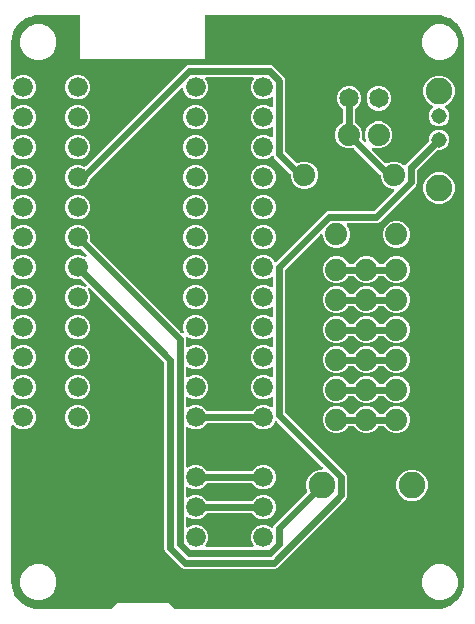
<source format=gbl>
G04 EAGLE Gerber X2 export*
%TF.Part,Single*%
%TF.FileFunction,Copper,L2,Bot,Mixed*%
%TF.FilePolarity,Positive*%
%TF.GenerationSoftware,Autodesk,EAGLE,9.1.2*%
%TF.CreationDate,2018-08-18T03:54:16Z*%
G75*
%MOIN*%
%FSLAX36Y36*%
%LPD*%
%AMOC8*
5,1,8,0,0,1.08239X$1,22.5*%
G01*
%ADD10C,0.066000*%
%ADD11C,0.074000*%
%ADD12C,0.088583*%
%ADD13C,0.064961*%
%ADD14C,0.051496*%
%ADD15C,0.024000*%

G36*
X344684Y10049D02*
X344684Y10049D01*
X345073Y10061D01*
X345303Y10127D01*
X345541Y10157D01*
X345902Y10300D01*
X346276Y10408D01*
X346483Y10530D01*
X346705Y10618D01*
X347020Y10846D01*
X347355Y11044D01*
X347653Y11306D01*
X347719Y11354D01*
X347750Y11391D01*
X347834Y11465D01*
X366369Y30001D01*
X539654Y30001D01*
X558190Y11465D01*
X558497Y11226D01*
X558780Y10960D01*
X558990Y10844D01*
X559180Y10697D01*
X559536Y10543D01*
X559876Y10355D01*
X560109Y10295D01*
X560329Y10200D01*
X560712Y10139D01*
X561089Y10041D01*
X561486Y10016D01*
X561566Y10003D01*
X561614Y10008D01*
X561725Y10001D01*
X1435433Y10001D01*
X1435519Y10012D01*
X1435825Y10016D01*
X1449122Y11063D01*
X1449387Y11117D01*
X1449657Y11134D01*
X1450275Y11292D01*
X1475567Y19510D01*
X1475989Y19708D01*
X1476422Y19879D01*
X1476626Y20008D01*
X1476700Y20043D01*
X1476762Y20094D01*
X1476961Y20220D01*
X1498476Y35851D01*
X1498816Y36171D01*
X1499175Y36467D01*
X1499329Y36653D01*
X1499389Y36709D01*
X1499432Y36777D01*
X1499582Y36957D01*
X1515213Y58472D01*
X1515288Y58609D01*
X1515388Y58729D01*
X1515521Y59011D01*
X1515688Y59273D01*
X1515778Y59499D01*
X1515816Y59570D01*
X1515836Y59647D01*
X1515920Y59858D01*
X1515922Y59862D01*
X1515922Y59863D01*
X1515923Y59866D01*
X1517086Y63443D01*
X1517086Y63444D01*
X1517086Y63445D01*
X1521959Y78441D01*
X1521959Y78442D01*
X1523583Y83440D01*
X1523583Y83441D01*
X1523583Y83442D01*
X1524141Y85158D01*
X1524192Y85423D01*
X1524280Y85680D01*
X1524370Y86311D01*
X1525417Y99608D01*
X1525415Y99639D01*
X1525421Y99669D01*
X1525416Y99748D01*
X1525432Y100000D01*
X1525432Y1900000D01*
X1525421Y1900086D01*
X1525417Y1900392D01*
X1524370Y1913689D01*
X1524316Y1913954D01*
X1524299Y1914224D01*
X1524141Y1914842D01*
X1515923Y1940134D01*
X1515725Y1940556D01*
X1515554Y1940989D01*
X1515425Y1941193D01*
X1515390Y1941267D01*
X1515339Y1941329D01*
X1515213Y1941528D01*
X1499582Y1963043D01*
X1499262Y1963383D01*
X1498966Y1963742D01*
X1498780Y1963896D01*
X1498724Y1963956D01*
X1498656Y1963999D01*
X1498476Y1964149D01*
X1476961Y1979780D01*
X1476552Y1980005D01*
X1476160Y1980255D01*
X1475935Y1980344D01*
X1475863Y1980383D01*
X1475785Y1980403D01*
X1475567Y1980490D01*
X1450275Y1988708D01*
X1450009Y1988759D01*
X1449753Y1988847D01*
X1449122Y1988937D01*
X1435825Y1989984D01*
X1435738Y1989980D01*
X1435433Y1989999D01*
X665512Y1989999D01*
X665047Y1989941D01*
X664580Y1989912D01*
X664428Y1989862D01*
X664269Y1989842D01*
X663834Y1989670D01*
X663389Y1989526D01*
X663253Y1989440D01*
X663105Y1989382D01*
X662727Y1989107D01*
X662331Y1988857D01*
X662221Y1988740D01*
X662091Y1988646D01*
X661793Y1988286D01*
X661472Y1987945D01*
X661395Y1987805D01*
X661292Y1987681D01*
X661093Y1987258D01*
X660867Y1986849D01*
X660827Y1986694D01*
X660758Y1986549D01*
X660670Y1986090D01*
X660553Y1985636D01*
X660538Y1985398D01*
X660523Y1985319D01*
X660528Y1985238D01*
X660512Y1985000D01*
X660512Y1845000D01*
X660512Y1844999D01*
X245512Y1844999D01*
X245511Y1845000D01*
X245511Y1985000D01*
X245453Y1985464D01*
X245424Y1985931D01*
X245374Y1986084D01*
X245354Y1986242D01*
X245182Y1986677D01*
X245038Y1987123D01*
X244952Y1987258D01*
X244893Y1987407D01*
X244619Y1987785D01*
X244368Y1988181D01*
X244252Y1988291D01*
X244158Y1988421D01*
X243798Y1988719D01*
X243457Y1989040D01*
X243317Y1989117D01*
X243193Y1989219D01*
X242770Y1989419D01*
X242360Y1989645D01*
X242205Y1989685D01*
X242061Y1989753D01*
X241602Y1989841D01*
X241148Y1989959D01*
X240910Y1989974D01*
X240831Y1989989D01*
X240750Y1989984D01*
X240512Y1989999D01*
X105512Y1989999D01*
X105425Y1989988D01*
X105119Y1989984D01*
X91823Y1988937D01*
X91558Y1988883D01*
X91288Y1988866D01*
X90670Y1988708D01*
X65378Y1980490D01*
X64956Y1980292D01*
X64523Y1980121D01*
X64318Y1979992D01*
X64245Y1979957D01*
X64183Y1979906D01*
X63984Y1979780D01*
X42469Y1964149D01*
X42129Y1963829D01*
X41770Y1963533D01*
X41616Y1963347D01*
X41556Y1963291D01*
X41513Y1963223D01*
X41363Y1963043D01*
X25732Y1941528D01*
X25507Y1941119D01*
X25257Y1940726D01*
X25168Y1940502D01*
X25128Y1940430D01*
X25108Y1940352D01*
X25022Y1940134D01*
X22140Y1931266D01*
X22140Y1931265D01*
X20516Y1926267D01*
X20516Y1926266D01*
X18892Y1921268D01*
X18891Y1921267D01*
X17267Y1916269D01*
X17267Y1916268D01*
X17267Y1916267D01*
X16804Y1914842D01*
X16753Y1914576D01*
X16665Y1914320D01*
X16574Y1913689D01*
X15528Y1900392D01*
X15532Y1900305D01*
X15512Y1900000D01*
X15512Y1780054D01*
X15581Y1779510D01*
X15632Y1778966D01*
X15659Y1778891D01*
X15669Y1778811D01*
X15870Y1778303D01*
X16055Y1777788D01*
X16101Y1777721D01*
X16130Y1777647D01*
X16452Y1777204D01*
X16758Y1776751D01*
X16819Y1776698D01*
X16866Y1776633D01*
X17288Y1776284D01*
X17697Y1775922D01*
X17768Y1775885D01*
X17830Y1775834D01*
X18325Y1775601D01*
X18812Y1775352D01*
X18890Y1775334D01*
X18963Y1775300D01*
X19500Y1775197D01*
X20034Y1775077D01*
X20114Y1775080D01*
X20193Y1775064D01*
X20738Y1775098D01*
X21286Y1775115D01*
X21363Y1775137D01*
X21443Y1775142D01*
X21963Y1775310D01*
X22489Y1775462D01*
X22558Y1775503D01*
X22634Y1775527D01*
X23097Y1775820D01*
X23568Y1776097D01*
X23651Y1776171D01*
X23693Y1776197D01*
X23749Y1776257D01*
X24047Y1776519D01*
X32287Y1784759D01*
X47356Y1791001D01*
X63667Y1791001D01*
X78737Y1784759D01*
X90271Y1773225D01*
X96512Y1758156D01*
X96512Y1741844D01*
X90271Y1726775D01*
X78737Y1715241D01*
X63667Y1708999D01*
X47356Y1708999D01*
X32287Y1715241D01*
X24047Y1723481D01*
X23670Y1723774D01*
X23655Y1723788D01*
X23644Y1723794D01*
X23615Y1723816D01*
X23193Y1724166D01*
X23121Y1724200D01*
X23057Y1724249D01*
X22555Y1724467D01*
X22060Y1724700D01*
X21982Y1724715D01*
X21908Y1724747D01*
X21367Y1724832D01*
X20830Y1724935D01*
X20750Y1724930D01*
X20671Y1724943D01*
X20127Y1724892D01*
X19580Y1724858D01*
X19504Y1724833D01*
X19424Y1724826D01*
X18911Y1724641D01*
X18389Y1724473D01*
X18321Y1724430D01*
X18246Y1724403D01*
X17795Y1724097D01*
X17331Y1723803D01*
X17275Y1723744D01*
X17209Y1723700D01*
X16847Y1723290D01*
X16472Y1722891D01*
X16433Y1722821D01*
X16380Y1722761D01*
X16130Y1722273D01*
X15867Y1721795D01*
X15847Y1721717D01*
X15810Y1721646D01*
X15690Y1721113D01*
X15553Y1720583D01*
X15546Y1720471D01*
X15535Y1720424D01*
X15538Y1720343D01*
X15512Y1719946D01*
X15512Y1680054D01*
X15581Y1679510D01*
X15632Y1678966D01*
X15659Y1678891D01*
X15669Y1678811D01*
X15870Y1678303D01*
X16055Y1677788D01*
X16101Y1677721D01*
X16130Y1677647D01*
X16452Y1677204D01*
X16758Y1676751D01*
X16819Y1676698D01*
X16866Y1676633D01*
X17288Y1676284D01*
X17697Y1675922D01*
X17768Y1675885D01*
X17830Y1675834D01*
X18325Y1675601D01*
X18812Y1675352D01*
X18890Y1675334D01*
X18963Y1675300D01*
X19500Y1675197D01*
X20034Y1675077D01*
X20114Y1675080D01*
X20193Y1675064D01*
X20738Y1675098D01*
X21286Y1675115D01*
X21363Y1675137D01*
X21443Y1675142D01*
X21963Y1675310D01*
X22489Y1675462D01*
X22558Y1675503D01*
X22634Y1675527D01*
X23097Y1675820D01*
X23568Y1676097D01*
X23651Y1676171D01*
X23693Y1676197D01*
X23749Y1676257D01*
X24047Y1676519D01*
X32287Y1684759D01*
X47356Y1691001D01*
X63667Y1691001D01*
X78737Y1684759D01*
X90271Y1673225D01*
X96512Y1658156D01*
X96512Y1641844D01*
X90271Y1626775D01*
X78737Y1615241D01*
X63667Y1608999D01*
X47356Y1608999D01*
X32287Y1615241D01*
X24047Y1623481D01*
X23675Y1623770D01*
X23640Y1623803D01*
X23614Y1623817D01*
X23193Y1624166D01*
X23121Y1624200D01*
X23057Y1624249D01*
X22555Y1624467D01*
X22060Y1624700D01*
X21982Y1624715D01*
X21908Y1624747D01*
X21367Y1624832D01*
X20830Y1624935D01*
X20750Y1624930D01*
X20671Y1624943D01*
X20127Y1624892D01*
X19580Y1624858D01*
X19504Y1624833D01*
X19424Y1624826D01*
X18911Y1624641D01*
X18389Y1624473D01*
X18321Y1624430D01*
X18246Y1624403D01*
X17795Y1624097D01*
X17331Y1623803D01*
X17275Y1623744D01*
X17209Y1623700D01*
X16847Y1623290D01*
X16472Y1622891D01*
X16433Y1622821D01*
X16380Y1622761D01*
X16130Y1622273D01*
X15867Y1621795D01*
X15847Y1621717D01*
X15810Y1621646D01*
X15690Y1621113D01*
X15553Y1620583D01*
X15546Y1620471D01*
X15535Y1620424D01*
X15538Y1620343D01*
X15512Y1619946D01*
X15512Y1580054D01*
X15581Y1579510D01*
X15632Y1578966D01*
X15659Y1578891D01*
X15669Y1578811D01*
X15870Y1578303D01*
X16055Y1577788D01*
X16101Y1577721D01*
X16130Y1577647D01*
X16452Y1577204D01*
X16758Y1576751D01*
X16819Y1576698D01*
X16866Y1576633D01*
X17288Y1576284D01*
X17697Y1575922D01*
X17768Y1575885D01*
X17830Y1575834D01*
X18325Y1575601D01*
X18812Y1575352D01*
X18890Y1575334D01*
X18963Y1575300D01*
X19500Y1575197D01*
X20034Y1575077D01*
X20114Y1575080D01*
X20193Y1575064D01*
X20738Y1575098D01*
X21286Y1575115D01*
X21363Y1575137D01*
X21443Y1575142D01*
X21963Y1575310D01*
X22489Y1575462D01*
X22558Y1575503D01*
X22634Y1575527D01*
X23097Y1575820D01*
X23568Y1576097D01*
X23651Y1576171D01*
X23693Y1576197D01*
X23749Y1576257D01*
X24047Y1576519D01*
X32287Y1584759D01*
X47356Y1591001D01*
X63667Y1591001D01*
X78737Y1584759D01*
X90271Y1573225D01*
X96512Y1558156D01*
X96512Y1541844D01*
X90271Y1526775D01*
X78737Y1515241D01*
X63667Y1508999D01*
X47356Y1508999D01*
X32287Y1515241D01*
X24047Y1523481D01*
X23680Y1523766D01*
X23625Y1523817D01*
X23590Y1523837D01*
X23193Y1524166D01*
X23121Y1524200D01*
X23057Y1524249D01*
X22555Y1524467D01*
X22060Y1524700D01*
X21982Y1524715D01*
X21908Y1524747D01*
X21367Y1524832D01*
X20830Y1524935D01*
X20750Y1524930D01*
X20671Y1524943D01*
X20127Y1524892D01*
X19580Y1524858D01*
X19504Y1524833D01*
X19424Y1524826D01*
X18911Y1524641D01*
X18389Y1524473D01*
X18321Y1524430D01*
X18246Y1524403D01*
X17795Y1524097D01*
X17331Y1523803D01*
X17275Y1523744D01*
X17209Y1523700D01*
X16847Y1523290D01*
X16472Y1522891D01*
X16433Y1522821D01*
X16380Y1522761D01*
X16130Y1522273D01*
X15867Y1521795D01*
X15847Y1521717D01*
X15810Y1521646D01*
X15690Y1521113D01*
X15553Y1520583D01*
X15546Y1520471D01*
X15535Y1520424D01*
X15538Y1520343D01*
X15512Y1519946D01*
X15512Y1480054D01*
X15581Y1479510D01*
X15632Y1478966D01*
X15659Y1478891D01*
X15669Y1478811D01*
X15870Y1478303D01*
X16055Y1477788D01*
X16101Y1477721D01*
X16130Y1477647D01*
X16452Y1477204D01*
X16758Y1476751D01*
X16819Y1476698D01*
X16866Y1476633D01*
X17288Y1476284D01*
X17697Y1475922D01*
X17768Y1475885D01*
X17830Y1475834D01*
X18325Y1475601D01*
X18812Y1475352D01*
X18890Y1475334D01*
X18963Y1475300D01*
X19500Y1475197D01*
X20034Y1475077D01*
X20114Y1475080D01*
X20193Y1475064D01*
X20738Y1475098D01*
X21286Y1475115D01*
X21363Y1475137D01*
X21443Y1475142D01*
X21963Y1475310D01*
X22489Y1475462D01*
X22558Y1475503D01*
X22634Y1475527D01*
X23097Y1475820D01*
X23568Y1476097D01*
X23651Y1476171D01*
X23693Y1476197D01*
X23749Y1476257D01*
X24047Y1476519D01*
X32287Y1484759D01*
X47356Y1491001D01*
X63667Y1491001D01*
X78737Y1484759D01*
X90271Y1473225D01*
X96512Y1458156D01*
X96512Y1441844D01*
X90271Y1426775D01*
X78737Y1415241D01*
X63667Y1408999D01*
X47356Y1408999D01*
X32287Y1415241D01*
X24047Y1423481D01*
X23685Y1423762D01*
X23610Y1423832D01*
X23566Y1423857D01*
X23193Y1424166D01*
X23121Y1424200D01*
X23057Y1424249D01*
X22555Y1424467D01*
X22060Y1424700D01*
X21982Y1424715D01*
X21908Y1424747D01*
X21367Y1424832D01*
X20830Y1424935D01*
X20750Y1424930D01*
X20671Y1424943D01*
X20127Y1424892D01*
X19580Y1424858D01*
X19504Y1424833D01*
X19424Y1424826D01*
X18911Y1424641D01*
X18389Y1424473D01*
X18321Y1424430D01*
X18246Y1424403D01*
X17795Y1424097D01*
X17331Y1423803D01*
X17275Y1423744D01*
X17209Y1423700D01*
X16847Y1423290D01*
X16472Y1422891D01*
X16433Y1422821D01*
X16380Y1422761D01*
X16130Y1422273D01*
X15867Y1421795D01*
X15847Y1421717D01*
X15810Y1421646D01*
X15690Y1421113D01*
X15553Y1420583D01*
X15546Y1420471D01*
X15535Y1420424D01*
X15538Y1420343D01*
X15523Y1420114D01*
X15523Y1420111D01*
X15523Y1420109D01*
X15512Y1419946D01*
X15512Y1380054D01*
X15581Y1379510D01*
X15632Y1378966D01*
X15659Y1378891D01*
X15669Y1378811D01*
X15870Y1378303D01*
X16055Y1377788D01*
X16101Y1377721D01*
X16130Y1377647D01*
X16452Y1377204D01*
X16758Y1376751D01*
X16819Y1376698D01*
X16866Y1376633D01*
X17288Y1376284D01*
X17697Y1375922D01*
X17768Y1375885D01*
X17830Y1375834D01*
X18325Y1375601D01*
X18812Y1375352D01*
X18890Y1375334D01*
X18963Y1375300D01*
X19500Y1375197D01*
X20034Y1375077D01*
X20114Y1375080D01*
X20193Y1375064D01*
X20738Y1375098D01*
X21286Y1375115D01*
X21363Y1375137D01*
X21443Y1375142D01*
X21963Y1375310D01*
X22489Y1375462D01*
X22558Y1375503D01*
X22634Y1375527D01*
X23097Y1375820D01*
X23568Y1376097D01*
X23651Y1376171D01*
X23693Y1376197D01*
X23749Y1376257D01*
X24047Y1376519D01*
X32287Y1384759D01*
X47356Y1391001D01*
X63667Y1391001D01*
X78737Y1384759D01*
X90271Y1373225D01*
X96512Y1358156D01*
X96512Y1341844D01*
X90271Y1326775D01*
X78737Y1315241D01*
X63667Y1308999D01*
X47356Y1308999D01*
X32287Y1315241D01*
X24047Y1323481D01*
X23690Y1323758D01*
X23596Y1323847D01*
X23542Y1323876D01*
X23193Y1324166D01*
X23121Y1324200D01*
X23057Y1324249D01*
X22555Y1324467D01*
X22060Y1324700D01*
X21982Y1324715D01*
X21908Y1324747D01*
X21367Y1324832D01*
X20830Y1324935D01*
X20750Y1324930D01*
X20671Y1324943D01*
X20127Y1324892D01*
X19580Y1324858D01*
X19504Y1324833D01*
X19424Y1324826D01*
X18911Y1324641D01*
X18389Y1324473D01*
X18321Y1324430D01*
X18246Y1324403D01*
X17795Y1324097D01*
X17331Y1323803D01*
X17275Y1323744D01*
X17209Y1323700D01*
X16847Y1323290D01*
X16472Y1322891D01*
X16433Y1322821D01*
X16380Y1322761D01*
X16130Y1322273D01*
X15867Y1321795D01*
X15847Y1321717D01*
X15810Y1321646D01*
X15690Y1321113D01*
X15553Y1320583D01*
X15546Y1320471D01*
X15535Y1320424D01*
X15538Y1320343D01*
X15524Y1320136D01*
X15523Y1320126D01*
X15523Y1320116D01*
X15512Y1319946D01*
X15512Y1280054D01*
X15581Y1279510D01*
X15632Y1278966D01*
X15659Y1278891D01*
X15669Y1278811D01*
X15870Y1278303D01*
X16055Y1277788D01*
X16101Y1277721D01*
X16130Y1277647D01*
X16452Y1277204D01*
X16758Y1276751D01*
X16819Y1276698D01*
X16866Y1276633D01*
X17288Y1276284D01*
X17697Y1275922D01*
X17768Y1275885D01*
X17830Y1275834D01*
X18325Y1275601D01*
X18812Y1275352D01*
X18890Y1275334D01*
X18963Y1275300D01*
X19500Y1275197D01*
X20034Y1275077D01*
X20114Y1275080D01*
X20193Y1275064D01*
X20738Y1275098D01*
X21286Y1275115D01*
X21363Y1275137D01*
X21443Y1275142D01*
X21963Y1275310D01*
X22489Y1275462D01*
X22558Y1275503D01*
X22634Y1275527D01*
X23097Y1275820D01*
X23568Y1276097D01*
X23651Y1276171D01*
X23693Y1276197D01*
X23749Y1276257D01*
X24047Y1276519D01*
X32287Y1284759D01*
X47356Y1291001D01*
X63667Y1291001D01*
X78737Y1284759D01*
X90271Y1273225D01*
X96512Y1258156D01*
X96512Y1241844D01*
X90271Y1226775D01*
X78737Y1215241D01*
X63667Y1208999D01*
X47356Y1208999D01*
X32287Y1215241D01*
X24047Y1223481D01*
X23696Y1223754D01*
X23581Y1223862D01*
X23518Y1223896D01*
X23193Y1224166D01*
X23121Y1224200D01*
X23057Y1224249D01*
X22555Y1224467D01*
X22060Y1224700D01*
X21982Y1224715D01*
X21908Y1224747D01*
X21367Y1224832D01*
X20830Y1224935D01*
X20750Y1224930D01*
X20671Y1224943D01*
X20127Y1224892D01*
X19580Y1224858D01*
X19504Y1224833D01*
X19424Y1224826D01*
X18911Y1224641D01*
X18389Y1224473D01*
X18321Y1224430D01*
X18246Y1224403D01*
X17795Y1224097D01*
X17331Y1223803D01*
X17275Y1223744D01*
X17209Y1223700D01*
X16847Y1223290D01*
X16472Y1222891D01*
X16433Y1222821D01*
X16380Y1222761D01*
X16130Y1222273D01*
X15867Y1221795D01*
X15847Y1221717D01*
X15810Y1221646D01*
X15690Y1221113D01*
X15553Y1220583D01*
X15546Y1220471D01*
X15535Y1220424D01*
X15538Y1220343D01*
X15526Y1220158D01*
X15523Y1220141D01*
X15524Y1220123D01*
X15512Y1219946D01*
X15512Y1180054D01*
X15581Y1179510D01*
X15632Y1178966D01*
X15659Y1178891D01*
X15669Y1178811D01*
X15870Y1178303D01*
X16055Y1177788D01*
X16101Y1177721D01*
X16130Y1177647D01*
X16452Y1177204D01*
X16758Y1176751D01*
X16819Y1176698D01*
X16866Y1176633D01*
X17288Y1176284D01*
X17697Y1175922D01*
X17768Y1175885D01*
X17830Y1175834D01*
X18325Y1175601D01*
X18812Y1175352D01*
X18890Y1175334D01*
X18963Y1175300D01*
X19500Y1175197D01*
X20034Y1175077D01*
X20114Y1175080D01*
X20193Y1175064D01*
X20738Y1175098D01*
X21286Y1175115D01*
X21363Y1175137D01*
X21443Y1175142D01*
X21963Y1175310D01*
X22489Y1175462D01*
X22558Y1175503D01*
X22634Y1175527D01*
X23097Y1175820D01*
X23568Y1176097D01*
X23651Y1176171D01*
X23693Y1176197D01*
X23749Y1176257D01*
X24047Y1176519D01*
X32287Y1184759D01*
X47356Y1191001D01*
X63667Y1191001D01*
X78737Y1184759D01*
X90271Y1173225D01*
X96512Y1158156D01*
X96512Y1141844D01*
X90271Y1126775D01*
X78737Y1115241D01*
X63667Y1108999D01*
X47356Y1108999D01*
X32287Y1115241D01*
X24047Y1123481D01*
X23701Y1123750D01*
X23566Y1123876D01*
X23494Y1123916D01*
X23193Y1124166D01*
X23121Y1124200D01*
X23057Y1124249D01*
X22555Y1124467D01*
X22060Y1124700D01*
X21982Y1124715D01*
X21908Y1124747D01*
X21367Y1124832D01*
X20830Y1124935D01*
X20750Y1124930D01*
X20671Y1124943D01*
X20127Y1124892D01*
X19580Y1124858D01*
X19504Y1124833D01*
X19424Y1124826D01*
X18911Y1124641D01*
X18389Y1124473D01*
X18321Y1124430D01*
X18246Y1124403D01*
X17795Y1124097D01*
X17331Y1123803D01*
X17275Y1123744D01*
X17209Y1123700D01*
X16847Y1123290D01*
X16472Y1122891D01*
X16433Y1122821D01*
X16380Y1122761D01*
X16130Y1122273D01*
X15867Y1121795D01*
X15847Y1121717D01*
X15810Y1121646D01*
X15690Y1121113D01*
X15553Y1120583D01*
X15546Y1120471D01*
X15535Y1120424D01*
X15538Y1120343D01*
X15527Y1120180D01*
X15523Y1120156D01*
X15524Y1120131D01*
X15512Y1119946D01*
X15512Y1080054D01*
X15581Y1079510D01*
X15632Y1078966D01*
X15659Y1078891D01*
X15669Y1078811D01*
X15870Y1078303D01*
X16055Y1077788D01*
X16101Y1077721D01*
X16130Y1077647D01*
X16452Y1077204D01*
X16758Y1076751D01*
X16819Y1076698D01*
X16866Y1076633D01*
X17288Y1076284D01*
X17697Y1075922D01*
X17768Y1075885D01*
X17830Y1075834D01*
X18325Y1075601D01*
X18812Y1075352D01*
X18890Y1075334D01*
X18963Y1075300D01*
X19500Y1075197D01*
X20034Y1075077D01*
X20114Y1075080D01*
X20193Y1075064D01*
X20738Y1075098D01*
X21286Y1075115D01*
X21363Y1075137D01*
X21443Y1075142D01*
X21963Y1075310D01*
X22489Y1075462D01*
X22558Y1075503D01*
X22634Y1075527D01*
X23097Y1075820D01*
X23568Y1076097D01*
X23651Y1076171D01*
X23693Y1076197D01*
X23749Y1076257D01*
X24047Y1076519D01*
X32287Y1084759D01*
X47356Y1091001D01*
X63667Y1091001D01*
X78737Y1084759D01*
X90271Y1073225D01*
X96512Y1058156D01*
X96512Y1041844D01*
X90271Y1026775D01*
X78737Y1015241D01*
X63667Y1008999D01*
X47356Y1008999D01*
X32287Y1015241D01*
X24047Y1023481D01*
X23706Y1023746D01*
X23551Y1023891D01*
X23470Y1023936D01*
X23193Y1024166D01*
X23121Y1024200D01*
X23057Y1024249D01*
X22555Y1024467D01*
X22060Y1024700D01*
X21982Y1024715D01*
X21908Y1024747D01*
X21367Y1024832D01*
X20830Y1024935D01*
X20750Y1024930D01*
X20671Y1024943D01*
X20127Y1024892D01*
X19580Y1024858D01*
X19504Y1024833D01*
X19424Y1024826D01*
X18911Y1024641D01*
X18389Y1024473D01*
X18321Y1024430D01*
X18246Y1024403D01*
X17795Y1024097D01*
X17331Y1023803D01*
X17275Y1023744D01*
X17209Y1023700D01*
X16847Y1023290D01*
X16472Y1022891D01*
X16433Y1022821D01*
X16380Y1022761D01*
X16130Y1022273D01*
X15867Y1021795D01*
X15847Y1021717D01*
X15810Y1021646D01*
X15690Y1021113D01*
X15553Y1020583D01*
X15546Y1020471D01*
X15535Y1020424D01*
X15538Y1020343D01*
X15529Y1020202D01*
X15523Y1020170D01*
X15525Y1020138D01*
X15512Y1019946D01*
X15512Y980054D01*
X15581Y979510D01*
X15632Y978966D01*
X15659Y978891D01*
X15669Y978811D01*
X15870Y978303D01*
X16055Y977788D01*
X16101Y977721D01*
X16130Y977647D01*
X16452Y977204D01*
X16758Y976751D01*
X16819Y976698D01*
X16866Y976633D01*
X17288Y976284D01*
X17697Y975922D01*
X17768Y975885D01*
X17830Y975834D01*
X18325Y975601D01*
X18812Y975352D01*
X18890Y975334D01*
X18963Y975300D01*
X19500Y975197D01*
X20034Y975077D01*
X20114Y975080D01*
X20193Y975064D01*
X20738Y975098D01*
X21286Y975115D01*
X21363Y975137D01*
X21443Y975142D01*
X21963Y975310D01*
X22489Y975462D01*
X22558Y975503D01*
X22634Y975527D01*
X23097Y975820D01*
X23568Y976097D01*
X23651Y976171D01*
X23693Y976197D01*
X23749Y976257D01*
X24047Y976519D01*
X32287Y984759D01*
X47356Y991001D01*
X63667Y991001D01*
X78737Y984759D01*
X90271Y973225D01*
X96512Y958156D01*
X96512Y941844D01*
X90271Y926775D01*
X78737Y915241D01*
X63667Y908999D01*
X47356Y908999D01*
X32287Y915241D01*
X24047Y923481D01*
X23711Y923742D01*
X23537Y923906D01*
X23447Y923956D01*
X23193Y924166D01*
X23121Y924200D01*
X23057Y924249D01*
X22555Y924467D01*
X22060Y924700D01*
X21982Y924715D01*
X21908Y924747D01*
X21367Y924832D01*
X20830Y924935D01*
X20750Y924930D01*
X20671Y924943D01*
X20127Y924892D01*
X19580Y924858D01*
X19504Y924833D01*
X19424Y924826D01*
X18911Y924641D01*
X18389Y924473D01*
X18321Y924430D01*
X18246Y924403D01*
X17795Y924097D01*
X17331Y923803D01*
X17275Y923744D01*
X17209Y923700D01*
X16847Y923290D01*
X16472Y922891D01*
X16433Y922821D01*
X16380Y922761D01*
X16130Y922273D01*
X15867Y921795D01*
X15847Y921717D01*
X15810Y921646D01*
X15690Y921113D01*
X15553Y920583D01*
X15546Y920471D01*
X15535Y920424D01*
X15538Y920343D01*
X15530Y920224D01*
X15523Y920185D01*
X15525Y920145D01*
X15512Y919946D01*
X15512Y880054D01*
X15581Y879510D01*
X15632Y878966D01*
X15659Y878891D01*
X15669Y878811D01*
X15870Y878303D01*
X16055Y877788D01*
X16101Y877721D01*
X16130Y877647D01*
X16452Y877204D01*
X16758Y876751D01*
X16819Y876698D01*
X16866Y876633D01*
X17288Y876284D01*
X17697Y875922D01*
X17768Y875885D01*
X17830Y875834D01*
X18325Y875601D01*
X18812Y875352D01*
X18890Y875334D01*
X18963Y875300D01*
X19500Y875197D01*
X20034Y875077D01*
X20114Y875080D01*
X20193Y875064D01*
X20738Y875098D01*
X21286Y875115D01*
X21363Y875137D01*
X21443Y875142D01*
X21963Y875310D01*
X22489Y875462D01*
X22558Y875503D01*
X22634Y875527D01*
X23097Y875820D01*
X23568Y876097D01*
X23651Y876171D01*
X23693Y876197D01*
X23749Y876257D01*
X24047Y876519D01*
X32287Y884759D01*
X47356Y891001D01*
X63667Y891001D01*
X78737Y884759D01*
X90271Y873225D01*
X96512Y858156D01*
X96512Y841844D01*
X90271Y826775D01*
X78737Y815241D01*
X63667Y808999D01*
X47356Y808999D01*
X32287Y815241D01*
X24047Y823481D01*
X23716Y823738D01*
X23522Y823921D01*
X23423Y823976D01*
X23193Y824166D01*
X23121Y824200D01*
X23057Y824249D01*
X22555Y824467D01*
X22060Y824700D01*
X21982Y824715D01*
X21908Y824747D01*
X21367Y824832D01*
X20830Y824935D01*
X20750Y824930D01*
X20671Y824943D01*
X20127Y824892D01*
X19580Y824858D01*
X19504Y824833D01*
X19424Y824826D01*
X18911Y824641D01*
X18389Y824473D01*
X18321Y824430D01*
X18246Y824403D01*
X17795Y824097D01*
X17331Y823803D01*
X17275Y823744D01*
X17209Y823700D01*
X16847Y823290D01*
X16472Y822891D01*
X16433Y822821D01*
X16380Y822761D01*
X16130Y822273D01*
X15867Y821795D01*
X15847Y821717D01*
X15810Y821646D01*
X15764Y821443D01*
X15758Y821430D01*
X15740Y821335D01*
X15690Y821113D01*
X15553Y820583D01*
X15546Y820471D01*
X15535Y820424D01*
X15538Y820343D01*
X15532Y820246D01*
X15523Y820200D01*
X15526Y820152D01*
X15512Y819946D01*
X15512Y780054D01*
X15581Y779510D01*
X15632Y778966D01*
X15659Y778891D01*
X15669Y778811D01*
X15870Y778303D01*
X16055Y777788D01*
X16101Y777721D01*
X16130Y777647D01*
X16452Y777204D01*
X16758Y776751D01*
X16819Y776698D01*
X16866Y776633D01*
X17288Y776284D01*
X17697Y775922D01*
X17768Y775885D01*
X17830Y775834D01*
X18325Y775601D01*
X18812Y775352D01*
X18890Y775334D01*
X18963Y775300D01*
X19500Y775197D01*
X20034Y775077D01*
X20114Y775080D01*
X20193Y775064D01*
X20738Y775098D01*
X21286Y775115D01*
X21363Y775137D01*
X21443Y775142D01*
X21963Y775310D01*
X22489Y775462D01*
X22558Y775503D01*
X22634Y775527D01*
X23097Y775820D01*
X23568Y776097D01*
X23651Y776171D01*
X23693Y776197D01*
X23749Y776257D01*
X24047Y776519D01*
X32287Y784759D01*
X47356Y791001D01*
X63667Y791001D01*
X78737Y784759D01*
X90271Y773225D01*
X96512Y758156D01*
X96512Y741844D01*
X90271Y726775D01*
X78737Y715241D01*
X63667Y708999D01*
X47356Y708999D01*
X32287Y715241D01*
X24047Y723481D01*
X23721Y723734D01*
X23507Y723936D01*
X23399Y723995D01*
X23193Y724166D01*
X23121Y724200D01*
X23057Y724249D01*
X22555Y724467D01*
X22488Y724498D01*
X22411Y724541D01*
X22382Y724548D01*
X22060Y724700D01*
X21982Y724715D01*
X21908Y724747D01*
X21367Y724832D01*
X20830Y724935D01*
X20750Y724930D01*
X20671Y724943D01*
X20127Y724892D01*
X19580Y724858D01*
X19504Y724833D01*
X19424Y724826D01*
X18911Y724641D01*
X18389Y724473D01*
X18321Y724430D01*
X18246Y724403D01*
X17795Y724097D01*
X17331Y723803D01*
X17275Y723744D01*
X17209Y723700D01*
X16847Y723290D01*
X16472Y722891D01*
X16433Y722821D01*
X16380Y722761D01*
X16130Y722273D01*
X15867Y721795D01*
X15847Y721717D01*
X15810Y721646D01*
X15771Y721471D01*
X15758Y721445D01*
X15721Y721249D01*
X15690Y721113D01*
X15553Y720583D01*
X15546Y720471D01*
X15535Y720424D01*
X15538Y720343D01*
X15533Y720269D01*
X15523Y720215D01*
X15526Y720160D01*
X15512Y719946D01*
X15512Y680054D01*
X15581Y679510D01*
X15632Y678966D01*
X15659Y678891D01*
X15669Y678811D01*
X15870Y678303D01*
X16055Y677788D01*
X16101Y677721D01*
X16130Y677647D01*
X16452Y677204D01*
X16758Y676751D01*
X16819Y676698D01*
X16866Y676633D01*
X17288Y676284D01*
X17697Y675922D01*
X17768Y675885D01*
X17830Y675834D01*
X18325Y675601D01*
X18812Y675352D01*
X18890Y675334D01*
X18963Y675300D01*
X19500Y675197D01*
X20034Y675077D01*
X20114Y675080D01*
X20193Y675064D01*
X20738Y675098D01*
X21286Y675115D01*
X21363Y675137D01*
X21443Y675142D01*
X21963Y675310D01*
X22489Y675462D01*
X22558Y675503D01*
X22634Y675527D01*
X23097Y675820D01*
X23568Y676097D01*
X23651Y676171D01*
X23693Y676197D01*
X23749Y676257D01*
X24047Y676519D01*
X32287Y684759D01*
X47356Y691001D01*
X63667Y691001D01*
X78737Y684759D01*
X90271Y673225D01*
X96512Y658156D01*
X96512Y641844D01*
X90271Y626775D01*
X78737Y615241D01*
X63667Y608999D01*
X47356Y608999D01*
X32287Y615241D01*
X24047Y623481D01*
X23727Y623730D01*
X23492Y623950D01*
X23375Y624015D01*
X23193Y624166D01*
X23121Y624200D01*
X23057Y624249D01*
X22565Y624462D01*
X22396Y624555D01*
X22330Y624572D01*
X22060Y624700D01*
X21982Y624715D01*
X21908Y624747D01*
X21367Y624832D01*
X21206Y624864D01*
X21184Y624869D01*
X21172Y624870D01*
X20830Y624935D01*
X20750Y624930D01*
X20671Y624943D01*
X20127Y624892D01*
X19580Y624858D01*
X19504Y624833D01*
X19424Y624826D01*
X18911Y624641D01*
X18389Y624473D01*
X18321Y624430D01*
X18246Y624403D01*
X17795Y624097D01*
X17331Y623803D01*
X17275Y623744D01*
X17209Y623700D01*
X16847Y623290D01*
X16472Y622891D01*
X16433Y622821D01*
X16380Y622761D01*
X16296Y622596D01*
X16292Y622592D01*
X16278Y622561D01*
X16130Y622273D01*
X15867Y621795D01*
X15847Y621717D01*
X15810Y621646D01*
X15777Y621499D01*
X15758Y621459D01*
X15702Y621165D01*
X15690Y621113D01*
X15553Y620583D01*
X15546Y620471D01*
X15535Y620424D01*
X15538Y620343D01*
X15534Y620291D01*
X15523Y620229D01*
X15526Y620167D01*
X15512Y619946D01*
X15512Y100000D01*
X15523Y99914D01*
X15528Y99608D01*
X16574Y86311D01*
X16629Y86046D01*
X16646Y85776D01*
X16804Y85158D01*
X25022Y59866D01*
X25220Y59444D01*
X25391Y59011D01*
X25520Y58807D01*
X25555Y58733D01*
X25606Y58671D01*
X25732Y58472D01*
X41363Y36957D01*
X41440Y36875D01*
X41478Y36815D01*
X41638Y36664D01*
X41682Y36617D01*
X41978Y36258D01*
X42164Y36104D01*
X42220Y36044D01*
X42288Y36001D01*
X42469Y35851D01*
X63984Y20220D01*
X64393Y19995D01*
X64785Y19745D01*
X65010Y19656D01*
X65082Y19617D01*
X65160Y19596D01*
X65378Y19510D01*
X90670Y11292D01*
X90935Y11241D01*
X91192Y11153D01*
X91823Y11063D01*
X105119Y10016D01*
X105206Y10020D01*
X105512Y10001D01*
X344298Y10001D01*
X344684Y10049D01*
G37*
%LPC*%
G36*
X590734Y144999D02*
X590734Y144999D01*
X583383Y148044D01*
X527965Y203462D01*
X524921Y210813D01*
X524921Y830944D01*
X524872Y831329D01*
X524860Y831718D01*
X524794Y831948D01*
X524764Y832186D01*
X524621Y832547D01*
X524513Y832921D01*
X524391Y833128D01*
X524303Y833351D01*
X524075Y833665D01*
X523877Y834000D01*
X523615Y834299D01*
X523567Y834364D01*
X523530Y834395D01*
X523456Y834479D01*
X279041Y1078894D01*
X278824Y1079063D01*
X278633Y1079259D01*
X278332Y1079444D01*
X278052Y1079661D01*
X277800Y1079771D01*
X277566Y1079914D01*
X277228Y1080018D01*
X276903Y1080159D01*
X276631Y1080202D01*
X276369Y1080283D01*
X276016Y1080300D01*
X275666Y1080355D01*
X275392Y1080330D01*
X275118Y1080343D01*
X274772Y1080271D01*
X274419Y1080238D01*
X274161Y1080146D01*
X273892Y1080090D01*
X273573Y1079935D01*
X273240Y1079815D01*
X273013Y1079661D01*
X272766Y1079540D01*
X272497Y1079311D01*
X272204Y1079112D01*
X272022Y1078906D01*
X271813Y1078728D01*
X271609Y1078439D01*
X271375Y1078173D01*
X271250Y1077929D01*
X271092Y1077704D01*
X270966Y1077374D01*
X270805Y1077058D01*
X270745Y1076790D01*
X270647Y1076534D01*
X270608Y1076182D01*
X270530Y1075836D01*
X270538Y1075562D01*
X270508Y1075289D01*
X270557Y1074938D01*
X270567Y1074585D01*
X270644Y1074321D01*
X270682Y1074049D01*
X270888Y1073446D01*
X277221Y1058156D01*
X277221Y1041844D01*
X270979Y1026775D01*
X259445Y1015241D01*
X244376Y1008999D01*
X228065Y1008999D01*
X212996Y1015241D01*
X201462Y1026775D01*
X195220Y1041844D01*
X195220Y1058156D01*
X201462Y1073225D01*
X212996Y1084759D01*
X228065Y1091001D01*
X244376Y1091001D01*
X259666Y1084667D01*
X259931Y1084595D01*
X260183Y1084486D01*
X260532Y1084430D01*
X260874Y1084337D01*
X261149Y1084332D01*
X261420Y1084289D01*
X261772Y1084322D01*
X262126Y1084317D01*
X262393Y1084381D01*
X262667Y1084406D01*
X262999Y1084526D01*
X263344Y1084609D01*
X263587Y1084737D01*
X263845Y1084830D01*
X264138Y1085028D01*
X264451Y1085194D01*
X264655Y1085379D01*
X264882Y1085533D01*
X265116Y1085798D01*
X265378Y1086036D01*
X265529Y1086265D01*
X265711Y1086471D01*
X265872Y1086787D01*
X266067Y1087082D01*
X266156Y1087342D01*
X266281Y1087586D01*
X266359Y1087932D01*
X266473Y1088267D01*
X266495Y1088540D01*
X266556Y1088808D01*
X266545Y1089162D01*
X266573Y1089515D01*
X266526Y1089785D01*
X266518Y1090060D01*
X266420Y1090400D01*
X266360Y1090749D01*
X266247Y1090999D01*
X266171Y1091263D01*
X265991Y1091569D01*
X265846Y1091891D01*
X265675Y1092106D01*
X265535Y1092342D01*
X265114Y1092821D01*
X249962Y1107973D01*
X249871Y1108044D01*
X249796Y1108131D01*
X249379Y1108425D01*
X248973Y1108741D01*
X248867Y1108786D01*
X248773Y1108853D01*
X248293Y1109035D01*
X247824Y1109238D01*
X247710Y1109256D01*
X247602Y1109297D01*
X247092Y1109354D01*
X246587Y1109435D01*
X246472Y1109424D01*
X246357Y1109437D01*
X245849Y1109365D01*
X245340Y1109317D01*
X245232Y1109279D01*
X245117Y1109262D01*
X244514Y1109056D01*
X244376Y1108999D01*
X228065Y1108999D01*
X212996Y1115241D01*
X201462Y1126775D01*
X195220Y1141844D01*
X195220Y1158156D01*
X201462Y1173225D01*
X212996Y1184759D01*
X228065Y1191001D01*
X244376Y1191001D01*
X259666Y1184667D01*
X259931Y1184595D01*
X260183Y1184486D01*
X260532Y1184430D01*
X260874Y1184337D01*
X261149Y1184332D01*
X261420Y1184289D01*
X261772Y1184322D01*
X262126Y1184317D01*
X262393Y1184381D01*
X262667Y1184406D01*
X262999Y1184526D01*
X263344Y1184609D01*
X263587Y1184737D01*
X263845Y1184830D01*
X264138Y1185028D01*
X264451Y1185194D01*
X264655Y1185379D01*
X264882Y1185533D01*
X265116Y1185798D01*
X265378Y1186036D01*
X265529Y1186265D01*
X265711Y1186471D01*
X265872Y1186787D01*
X266067Y1187082D01*
X266156Y1187342D01*
X266281Y1187586D01*
X266359Y1187932D01*
X266473Y1188267D01*
X266495Y1188540D01*
X266556Y1188808D01*
X266545Y1189162D01*
X266573Y1189515D01*
X266526Y1189785D01*
X266518Y1190060D01*
X266420Y1190400D01*
X266360Y1190749D01*
X266247Y1190999D01*
X266171Y1191263D01*
X265991Y1191569D01*
X265846Y1191891D01*
X265675Y1192106D01*
X265535Y1192342D01*
X265114Y1192821D01*
X249962Y1207973D01*
X249871Y1208044D01*
X249796Y1208131D01*
X249378Y1208426D01*
X248973Y1208741D01*
X248867Y1208786D01*
X248773Y1208853D01*
X248293Y1209035D01*
X247824Y1209238D01*
X247710Y1209256D01*
X247602Y1209297D01*
X247092Y1209354D01*
X246587Y1209435D01*
X246472Y1209424D01*
X246357Y1209437D01*
X245849Y1209365D01*
X245340Y1209317D01*
X245232Y1209279D01*
X245117Y1209262D01*
X244514Y1209056D01*
X244376Y1208999D01*
X228065Y1208999D01*
X212996Y1215241D01*
X201462Y1226775D01*
X195220Y1241844D01*
X195220Y1258156D01*
X201462Y1273225D01*
X212996Y1284759D01*
X228065Y1291001D01*
X244376Y1291001D01*
X259445Y1284759D01*
X270979Y1273225D01*
X277221Y1258156D01*
X277221Y1241845D01*
X277164Y1241707D01*
X277133Y1241595D01*
X277081Y1241493D01*
X277065Y1241421D01*
X277040Y1241368D01*
X276967Y1240986D01*
X276833Y1240499D01*
X276831Y1240383D01*
X276806Y1240271D01*
X276809Y1240165D01*
X276804Y1240138D01*
X276816Y1239952D01*
X276821Y1239758D01*
X276813Y1239247D01*
X276840Y1239135D01*
X276844Y1239019D01*
X276986Y1238526D01*
X277105Y1238029D01*
X277159Y1237927D01*
X277191Y1237816D01*
X277451Y1237374D01*
X277690Y1236922D01*
X277768Y1236836D01*
X277826Y1236737D01*
X278247Y1236258D01*
X582646Y931859D01*
X582863Y931691D01*
X583054Y931494D01*
X583356Y931309D01*
X583635Y931092D01*
X583887Y930983D01*
X584122Y930839D01*
X584460Y930735D01*
X584785Y930594D01*
X585056Y930551D01*
X585318Y930470D01*
X585672Y930453D01*
X586022Y930398D01*
X586295Y930424D01*
X586569Y930410D01*
X586916Y930482D01*
X587268Y930515D01*
X587527Y930608D01*
X587796Y930663D01*
X588114Y930819D01*
X588447Y930938D01*
X588674Y931093D01*
X588921Y931213D01*
X589191Y931443D01*
X589483Y931641D01*
X589665Y931847D01*
X589874Y932025D01*
X590078Y932314D01*
X590313Y932580D01*
X590438Y932825D01*
X590596Y933049D01*
X590721Y933379D01*
X590883Y933695D01*
X590943Y933963D01*
X591040Y934220D01*
X591080Y934571D01*
X591157Y934917D01*
X591149Y935191D01*
X591180Y935464D01*
X591131Y935814D01*
X591120Y936169D01*
X591044Y936433D01*
X591006Y936704D01*
X590800Y937308D01*
X588921Y941844D01*
X588921Y958156D01*
X595162Y973225D01*
X606696Y984759D01*
X621766Y991001D01*
X638077Y991001D01*
X653146Y984759D01*
X664680Y973225D01*
X670922Y958156D01*
X670922Y941844D01*
X664680Y926775D01*
X653146Y915241D01*
X638077Y908999D01*
X621766Y908999D01*
X606696Y915241D01*
X605456Y916481D01*
X605024Y916816D01*
X604603Y917166D01*
X604530Y917200D01*
X604467Y917249D01*
X603965Y917466D01*
X603470Y917700D01*
X603391Y917715D01*
X603318Y917747D01*
X602776Y917833D01*
X602240Y917935D01*
X602160Y917930D01*
X602081Y917943D01*
X601537Y917892D01*
X600990Y917858D01*
X600913Y917833D01*
X600834Y917826D01*
X600320Y917641D01*
X599798Y917473D01*
X599731Y917430D01*
X599655Y917403D01*
X599203Y917096D01*
X598740Y916803D01*
X598685Y916744D01*
X598619Y916700D01*
X598257Y916290D01*
X597881Y915891D01*
X597843Y915821D01*
X597790Y915761D01*
X597541Y915274D01*
X597276Y914795D01*
X597256Y914717D01*
X597220Y914646D01*
X597100Y914114D01*
X596962Y913583D01*
X596955Y913471D01*
X596945Y913424D01*
X596947Y913343D01*
X596922Y912946D01*
X596922Y887054D01*
X596990Y886510D01*
X597042Y885966D01*
X597069Y885890D01*
X597079Y885811D01*
X597280Y885302D01*
X597465Y884787D01*
X597510Y884721D01*
X597539Y884647D01*
X597861Y884203D01*
X598168Y883751D01*
X598228Y883698D01*
X598275Y883633D01*
X598697Y883284D01*
X599107Y882922D01*
X599178Y882885D01*
X599240Y882834D01*
X599735Y882601D01*
X600222Y882352D01*
X600300Y882335D01*
X600372Y882300D01*
X600910Y882197D01*
X601444Y882077D01*
X601524Y882079D01*
X601602Y882064D01*
X602148Y882098D01*
X602695Y882115D01*
X602772Y882137D01*
X602852Y882142D01*
X603373Y882310D01*
X603899Y882462D01*
X603968Y882503D01*
X604044Y882527D01*
X604506Y882820D01*
X604978Y883097D01*
X605061Y883171D01*
X605102Y883197D01*
X605158Y883256D01*
X605456Y883519D01*
X606696Y884759D01*
X621766Y891001D01*
X638077Y891001D01*
X653146Y884759D01*
X664680Y873225D01*
X670922Y858156D01*
X670922Y841844D01*
X664680Y826775D01*
X653146Y815241D01*
X638077Y808999D01*
X621766Y808999D01*
X606696Y815241D01*
X605456Y816481D01*
X605024Y816816D01*
X604603Y817166D01*
X604530Y817200D01*
X604467Y817249D01*
X603965Y817466D01*
X603470Y817700D01*
X603391Y817715D01*
X603318Y817747D01*
X602776Y817833D01*
X602240Y817935D01*
X602160Y817930D01*
X602081Y817943D01*
X601537Y817892D01*
X600990Y817858D01*
X600913Y817833D01*
X600834Y817826D01*
X600320Y817641D01*
X599798Y817473D01*
X599731Y817430D01*
X599655Y817403D01*
X599203Y817096D01*
X598740Y816803D01*
X598685Y816744D01*
X598619Y816700D01*
X598257Y816290D01*
X597881Y815891D01*
X597843Y815821D01*
X597790Y815761D01*
X597541Y815274D01*
X597276Y814795D01*
X597256Y814717D01*
X597220Y814646D01*
X597100Y814114D01*
X596962Y813583D01*
X596955Y813471D01*
X596945Y813424D01*
X596947Y813343D01*
X596922Y812946D01*
X596922Y787054D01*
X596990Y786510D01*
X597042Y785966D01*
X597069Y785890D01*
X597079Y785811D01*
X597280Y785302D01*
X597465Y784787D01*
X597510Y784721D01*
X597539Y784647D01*
X597861Y784203D01*
X598168Y783751D01*
X598228Y783698D01*
X598275Y783633D01*
X598697Y783284D01*
X599107Y782922D01*
X599178Y782885D01*
X599240Y782834D01*
X599735Y782601D01*
X600222Y782352D01*
X600300Y782335D01*
X600372Y782300D01*
X600910Y782197D01*
X601444Y782077D01*
X601524Y782079D01*
X601602Y782064D01*
X602148Y782098D01*
X602695Y782115D01*
X602772Y782137D01*
X602852Y782142D01*
X603373Y782310D01*
X603899Y782462D01*
X603968Y782503D01*
X604044Y782527D01*
X604506Y782820D01*
X604978Y783097D01*
X605061Y783171D01*
X605102Y783197D01*
X605158Y783256D01*
X605456Y783519D01*
X606696Y784759D01*
X621766Y791001D01*
X638077Y791001D01*
X653146Y784759D01*
X664680Y773225D01*
X670922Y758156D01*
X670922Y741844D01*
X664680Y726775D01*
X653146Y715241D01*
X638077Y708999D01*
X621766Y708999D01*
X606696Y715241D01*
X605456Y716481D01*
X605024Y716816D01*
X604603Y717166D01*
X604530Y717200D01*
X604467Y717249D01*
X603965Y717466D01*
X603470Y717700D01*
X603391Y717715D01*
X603318Y717747D01*
X602776Y717833D01*
X602240Y717935D01*
X602160Y717930D01*
X602081Y717943D01*
X601537Y717892D01*
X600990Y717858D01*
X600913Y717833D01*
X600834Y717826D01*
X600320Y717641D01*
X599798Y717473D01*
X599731Y717430D01*
X599655Y717403D01*
X599203Y717096D01*
X598740Y716803D01*
X598685Y716744D01*
X598619Y716700D01*
X598257Y716290D01*
X597881Y715891D01*
X597843Y715821D01*
X597790Y715761D01*
X597541Y715274D01*
X597276Y714795D01*
X597256Y714717D01*
X597220Y714646D01*
X597100Y714114D01*
X596962Y713583D01*
X596955Y713471D01*
X596945Y713424D01*
X596947Y713343D01*
X596922Y712946D01*
X596922Y687054D01*
X596990Y686510D01*
X597042Y685966D01*
X597069Y685890D01*
X597079Y685811D01*
X597280Y685302D01*
X597465Y684787D01*
X597510Y684721D01*
X597539Y684647D01*
X597861Y684203D01*
X598168Y683751D01*
X598228Y683698D01*
X598275Y683633D01*
X598697Y683284D01*
X599107Y682922D01*
X599178Y682885D01*
X599240Y682834D01*
X599735Y682601D01*
X600222Y682352D01*
X600300Y682335D01*
X600372Y682300D01*
X600910Y682197D01*
X601444Y682077D01*
X601524Y682079D01*
X601602Y682064D01*
X602148Y682098D01*
X602695Y682115D01*
X602772Y682137D01*
X602852Y682142D01*
X603373Y682310D01*
X603899Y682462D01*
X603968Y682503D01*
X604044Y682527D01*
X604506Y682820D01*
X604978Y683097D01*
X605061Y683171D01*
X605102Y683197D01*
X605158Y683256D01*
X605456Y683519D01*
X606696Y684759D01*
X621766Y691001D01*
X638077Y691001D01*
X653146Y684759D01*
X664680Y673225D01*
X664737Y673087D01*
X664794Y672987D01*
X664830Y672877D01*
X665103Y672444D01*
X665357Y671999D01*
X665438Y671916D01*
X665499Y671819D01*
X665872Y671468D01*
X666229Y671099D01*
X666327Y671039D01*
X666411Y670960D01*
X666859Y670713D01*
X667296Y670445D01*
X667406Y670411D01*
X667507Y670355D01*
X668004Y670227D01*
X668493Y670076D01*
X668608Y670070D01*
X668720Y670041D01*
X669356Y670001D01*
X816077Y670001D01*
X816192Y670015D01*
X816306Y670006D01*
X816811Y670093D01*
X817320Y670157D01*
X817427Y670200D01*
X817540Y670220D01*
X818007Y670430D01*
X818484Y670618D01*
X818578Y670686D01*
X818683Y670733D01*
X819083Y671053D01*
X819498Y671354D01*
X819571Y671443D01*
X819661Y671515D01*
X819969Y671923D01*
X820296Y672318D01*
X820345Y672423D01*
X820415Y672515D01*
X820696Y673087D01*
X820753Y673225D01*
X832287Y684759D01*
X847356Y691001D01*
X863667Y691001D01*
X878737Y684759D01*
X879977Y683519D01*
X880409Y683184D01*
X880830Y682834D01*
X880903Y682800D01*
X880966Y682751D01*
X881468Y682533D01*
X881963Y682300D01*
X882042Y682285D01*
X882115Y682253D01*
X882657Y682167D01*
X883193Y682064D01*
X883273Y682069D01*
X883352Y682057D01*
X883896Y682108D01*
X884443Y682142D01*
X884520Y682166D01*
X884599Y682174D01*
X885113Y682359D01*
X885635Y682527D01*
X885702Y682570D01*
X885778Y682597D01*
X886230Y682904D01*
X886693Y683197D01*
X886748Y683255D01*
X886814Y683300D01*
X887176Y683710D01*
X887552Y684109D01*
X887590Y684179D01*
X887643Y684239D01*
X887892Y684726D01*
X888157Y685205D01*
X888177Y685283D01*
X888213Y685354D01*
X888333Y685886D01*
X888470Y686417D01*
X888478Y686528D01*
X888488Y686576D01*
X888486Y686657D01*
X888511Y687054D01*
X888511Y712946D01*
X888443Y713489D01*
X888391Y714034D01*
X888364Y714109D01*
X888354Y714189D01*
X888153Y714698D01*
X887968Y715212D01*
X887923Y715279D01*
X887893Y715353D01*
X887571Y715797D01*
X887265Y716249D01*
X887205Y716302D01*
X887158Y716367D01*
X886738Y716715D01*
X886326Y717078D01*
X886255Y717115D01*
X886193Y717166D01*
X885697Y717399D01*
X885211Y717648D01*
X885133Y717665D01*
X885061Y717700D01*
X884523Y717803D01*
X883989Y717923D01*
X883909Y717920D01*
X883831Y717935D01*
X883285Y717902D01*
X882738Y717885D01*
X882661Y717863D01*
X882581Y717858D01*
X882060Y717690D01*
X881534Y717538D01*
X881465Y717497D01*
X881389Y717473D01*
X880927Y717180D01*
X880455Y716902D01*
X880372Y716829D01*
X880331Y716803D01*
X880275Y716743D01*
X879977Y716481D01*
X878737Y715241D01*
X863667Y708999D01*
X847356Y708999D01*
X832287Y715241D01*
X820753Y726775D01*
X814511Y741844D01*
X814511Y758156D01*
X820753Y773225D01*
X832287Y784759D01*
X847356Y791001D01*
X863667Y791001D01*
X878737Y784759D01*
X879977Y783519D01*
X880409Y783184D01*
X880830Y782834D01*
X880903Y782800D01*
X880966Y782751D01*
X881468Y782533D01*
X881963Y782300D01*
X882042Y782285D01*
X882115Y782253D01*
X882657Y782167D01*
X883193Y782064D01*
X883273Y782069D01*
X883352Y782057D01*
X883896Y782108D01*
X884443Y782142D01*
X884520Y782166D01*
X884599Y782174D01*
X885113Y782359D01*
X885635Y782527D01*
X885702Y782570D01*
X885778Y782597D01*
X886230Y782904D01*
X886693Y783197D01*
X886748Y783255D01*
X886814Y783300D01*
X887176Y783710D01*
X887552Y784109D01*
X887590Y784179D01*
X887643Y784239D01*
X887892Y784726D01*
X888157Y785205D01*
X888177Y785283D01*
X888213Y785354D01*
X888333Y785886D01*
X888470Y786417D01*
X888478Y786528D01*
X888488Y786576D01*
X888486Y786657D01*
X888511Y787054D01*
X888511Y812946D01*
X888443Y813489D01*
X888391Y814034D01*
X888364Y814109D01*
X888354Y814189D01*
X888153Y814698D01*
X887968Y815212D01*
X887923Y815279D01*
X887893Y815353D01*
X887571Y815797D01*
X887265Y816249D01*
X887205Y816302D01*
X887158Y816367D01*
X886736Y816716D01*
X886326Y817078D01*
X886255Y817115D01*
X886193Y817166D01*
X885697Y817399D01*
X885211Y817648D01*
X885133Y817665D01*
X885061Y817700D01*
X884523Y817803D01*
X883989Y817923D01*
X883909Y817920D01*
X883831Y817935D01*
X883285Y817902D01*
X882738Y817885D01*
X882661Y817863D01*
X882581Y817858D01*
X882060Y817690D01*
X881534Y817538D01*
X881465Y817497D01*
X881389Y817473D01*
X880927Y817180D01*
X880455Y816902D01*
X880372Y816829D01*
X880331Y816803D01*
X880275Y816743D01*
X879977Y816481D01*
X878737Y815241D01*
X863667Y808999D01*
X847356Y808999D01*
X832287Y815241D01*
X820753Y826775D01*
X814511Y841844D01*
X814511Y858156D01*
X820753Y873225D01*
X832287Y884759D01*
X847356Y891001D01*
X863667Y891001D01*
X878737Y884759D01*
X879977Y883519D01*
X880409Y883184D01*
X880830Y882834D01*
X880903Y882800D01*
X880966Y882751D01*
X881468Y882533D01*
X881963Y882300D01*
X882042Y882285D01*
X882115Y882253D01*
X882657Y882167D01*
X883193Y882064D01*
X883273Y882069D01*
X883352Y882057D01*
X883896Y882108D01*
X884443Y882142D01*
X884520Y882166D01*
X884599Y882174D01*
X885113Y882359D01*
X885635Y882527D01*
X885702Y882570D01*
X885778Y882597D01*
X886230Y882904D01*
X886693Y883197D01*
X886748Y883255D01*
X886814Y883300D01*
X887176Y883710D01*
X887552Y884109D01*
X887590Y884179D01*
X887643Y884239D01*
X887892Y884726D01*
X888157Y885205D01*
X888177Y885283D01*
X888213Y885354D01*
X888333Y885886D01*
X888470Y886417D01*
X888478Y886528D01*
X888488Y886576D01*
X888486Y886657D01*
X888511Y887054D01*
X888511Y912946D01*
X888443Y913489D01*
X888391Y914034D01*
X888364Y914109D01*
X888354Y914189D01*
X888153Y914698D01*
X887968Y915212D01*
X887923Y915279D01*
X887893Y915353D01*
X887571Y915797D01*
X887265Y916249D01*
X887205Y916302D01*
X887158Y916367D01*
X886736Y916716D01*
X886326Y917078D01*
X886255Y917115D01*
X886193Y917166D01*
X885697Y917399D01*
X885211Y917648D01*
X885133Y917665D01*
X885061Y917700D01*
X884523Y917803D01*
X883989Y917923D01*
X883909Y917920D01*
X883831Y917935D01*
X883285Y917902D01*
X882738Y917885D01*
X882661Y917863D01*
X882581Y917858D01*
X882060Y917690D01*
X881534Y917538D01*
X881465Y917497D01*
X881389Y917473D01*
X880927Y917180D01*
X880455Y916902D01*
X880372Y916829D01*
X880331Y916803D01*
X880275Y916743D01*
X879977Y916481D01*
X878737Y915241D01*
X863667Y908999D01*
X847356Y908999D01*
X832287Y915241D01*
X820753Y926775D01*
X814511Y941844D01*
X814511Y958156D01*
X820753Y973225D01*
X832287Y984759D01*
X847356Y991001D01*
X863667Y991001D01*
X878737Y984759D01*
X879977Y983519D01*
X880409Y983184D01*
X880830Y982834D01*
X880903Y982800D01*
X880966Y982751D01*
X881468Y982533D01*
X881963Y982300D01*
X882042Y982285D01*
X882115Y982253D01*
X882657Y982167D01*
X883193Y982064D01*
X883273Y982069D01*
X883352Y982057D01*
X883896Y982108D01*
X884443Y982142D01*
X884520Y982166D01*
X884599Y982174D01*
X885113Y982359D01*
X885635Y982527D01*
X885702Y982570D01*
X885778Y982597D01*
X886230Y982904D01*
X886693Y983197D01*
X886748Y983255D01*
X886814Y983300D01*
X887176Y983710D01*
X887552Y984109D01*
X887590Y984179D01*
X887643Y984239D01*
X887892Y984726D01*
X888157Y985205D01*
X888177Y985283D01*
X888213Y985354D01*
X888333Y985886D01*
X888470Y986417D01*
X888478Y986528D01*
X888488Y986576D01*
X888486Y986657D01*
X888511Y987054D01*
X888511Y1012946D01*
X888443Y1013489D01*
X888391Y1014034D01*
X888364Y1014109D01*
X888354Y1014189D01*
X888153Y1014698D01*
X887968Y1015212D01*
X887923Y1015279D01*
X887893Y1015353D01*
X887571Y1015797D01*
X887265Y1016249D01*
X887205Y1016302D01*
X887158Y1016367D01*
X886736Y1016716D01*
X886326Y1017078D01*
X886255Y1017115D01*
X886193Y1017166D01*
X885697Y1017399D01*
X885211Y1017648D01*
X885133Y1017665D01*
X885061Y1017700D01*
X884523Y1017803D01*
X883989Y1017923D01*
X883909Y1017920D01*
X883831Y1017935D01*
X883285Y1017902D01*
X882738Y1017885D01*
X882661Y1017863D01*
X882581Y1017858D01*
X882060Y1017690D01*
X881534Y1017538D01*
X881465Y1017497D01*
X881389Y1017473D01*
X880927Y1017180D01*
X880455Y1016902D01*
X880372Y1016829D01*
X880331Y1016803D01*
X880275Y1016743D01*
X879977Y1016481D01*
X878737Y1015241D01*
X863667Y1008999D01*
X847356Y1008999D01*
X832287Y1015241D01*
X820753Y1026775D01*
X814511Y1041844D01*
X814511Y1058156D01*
X820753Y1073225D01*
X832287Y1084759D01*
X847356Y1091001D01*
X863667Y1091001D01*
X878737Y1084759D01*
X879977Y1083519D01*
X880409Y1083184D01*
X880830Y1082834D01*
X880903Y1082800D01*
X880966Y1082751D01*
X881468Y1082533D01*
X881963Y1082300D01*
X882042Y1082285D01*
X882115Y1082253D01*
X882657Y1082167D01*
X883193Y1082064D01*
X883273Y1082069D01*
X883352Y1082057D01*
X883896Y1082108D01*
X884443Y1082142D01*
X884520Y1082166D01*
X884599Y1082174D01*
X885113Y1082359D01*
X885635Y1082527D01*
X885702Y1082570D01*
X885778Y1082597D01*
X886230Y1082904D01*
X886693Y1083197D01*
X886748Y1083255D01*
X886814Y1083300D01*
X887176Y1083710D01*
X887552Y1084109D01*
X887590Y1084179D01*
X887643Y1084239D01*
X887892Y1084726D01*
X888157Y1085205D01*
X888177Y1085283D01*
X888213Y1085354D01*
X888333Y1085886D01*
X888470Y1086417D01*
X888478Y1086528D01*
X888488Y1086576D01*
X888486Y1086657D01*
X888511Y1087054D01*
X888511Y1112946D01*
X888443Y1113489D01*
X888391Y1114034D01*
X888364Y1114109D01*
X888354Y1114189D01*
X888153Y1114698D01*
X887968Y1115212D01*
X887923Y1115279D01*
X887893Y1115353D01*
X887571Y1115797D01*
X887265Y1116249D01*
X887205Y1116302D01*
X887158Y1116367D01*
X886736Y1116716D01*
X886326Y1117078D01*
X886255Y1117115D01*
X886193Y1117166D01*
X885697Y1117399D01*
X885211Y1117648D01*
X885133Y1117665D01*
X885061Y1117700D01*
X884523Y1117803D01*
X883989Y1117923D01*
X883909Y1117920D01*
X883831Y1117935D01*
X883285Y1117902D01*
X882738Y1117885D01*
X882661Y1117863D01*
X882581Y1117858D01*
X882060Y1117690D01*
X881534Y1117538D01*
X881465Y1117497D01*
X881389Y1117473D01*
X880927Y1117180D01*
X880455Y1116902D01*
X880372Y1116829D01*
X880331Y1116803D01*
X880275Y1116743D01*
X879977Y1116481D01*
X878737Y1115241D01*
X863667Y1108999D01*
X847356Y1108999D01*
X832287Y1115241D01*
X820753Y1126775D01*
X814511Y1141844D01*
X814511Y1158156D01*
X820753Y1173225D01*
X832287Y1184759D01*
X847356Y1191001D01*
X863667Y1191001D01*
X878737Y1184759D01*
X890271Y1173225D01*
X891341Y1170641D01*
X891437Y1170472D01*
X891503Y1170289D01*
X891746Y1169930D01*
X891961Y1169554D01*
X892097Y1169414D01*
X892206Y1169252D01*
X892531Y1168965D01*
X892832Y1168654D01*
X892998Y1168552D01*
X893145Y1168423D01*
X893531Y1168226D01*
X893900Y1167999D01*
X894086Y1167942D01*
X894260Y1167853D01*
X894683Y1167758D01*
X895097Y1167630D01*
X895291Y1167621D01*
X895482Y1167578D01*
X895915Y1167591D01*
X896347Y1167570D01*
X896538Y1167610D01*
X896733Y1167616D01*
X897150Y1167736D01*
X897574Y1167823D01*
X897749Y1167909D01*
X897937Y1167963D01*
X898310Y1168183D01*
X898699Y1168373D01*
X898848Y1168500D01*
X899016Y1168599D01*
X899494Y1169020D01*
X1064273Y1333798D01*
X1071624Y1336843D01*
X1222137Y1336843D01*
X1222522Y1336892D01*
X1222911Y1336903D01*
X1223141Y1336970D01*
X1223379Y1337000D01*
X1223740Y1337143D01*
X1224114Y1337251D01*
X1224321Y1337373D01*
X1224544Y1337461D01*
X1224858Y1337689D01*
X1225193Y1337886D01*
X1225492Y1338149D01*
X1225557Y1338196D01*
X1225588Y1338234D01*
X1225672Y1338307D01*
X1290522Y1403158D01*
X1290859Y1403591D01*
X1291207Y1404011D01*
X1291241Y1404084D01*
X1291290Y1404147D01*
X1291508Y1404650D01*
X1291741Y1405144D01*
X1291756Y1405223D01*
X1291788Y1405297D01*
X1291873Y1405837D01*
X1291976Y1406374D01*
X1291971Y1406454D01*
X1291984Y1406533D01*
X1291933Y1407077D01*
X1291899Y1407624D01*
X1291874Y1407701D01*
X1291867Y1407780D01*
X1291682Y1408294D01*
X1291514Y1408816D01*
X1291471Y1408884D01*
X1291444Y1408959D01*
X1291138Y1409410D01*
X1290844Y1409874D01*
X1290785Y1409929D01*
X1290741Y1409995D01*
X1290331Y1410357D01*
X1289932Y1410733D01*
X1289862Y1410771D01*
X1289802Y1410825D01*
X1289313Y1411074D01*
X1288836Y1411338D01*
X1288758Y1411358D01*
X1288687Y1411394D01*
X1288154Y1411514D01*
X1287624Y1411652D01*
X1287512Y1411659D01*
X1287465Y1411669D01*
X1287384Y1411667D01*
X1286987Y1411692D01*
X1282781Y1411692D01*
X1266242Y1418543D01*
X1253582Y1431202D01*
X1246732Y1447742D01*
X1246732Y1453621D01*
X1246683Y1454007D01*
X1246671Y1454395D01*
X1246605Y1454626D01*
X1246575Y1454863D01*
X1246432Y1455225D01*
X1246324Y1455598D01*
X1246202Y1455805D01*
X1246114Y1456028D01*
X1245886Y1456342D01*
X1245688Y1456677D01*
X1245426Y1456976D01*
X1245378Y1457041D01*
X1245341Y1457072D01*
X1245267Y1457156D01*
X1156961Y1545463D01*
X1156869Y1545534D01*
X1156795Y1545621D01*
X1156377Y1545915D01*
X1155971Y1546230D01*
X1155866Y1546276D01*
X1155771Y1546342D01*
X1155292Y1546524D01*
X1154822Y1546728D01*
X1154708Y1546746D01*
X1154601Y1546787D01*
X1154091Y1546844D01*
X1153585Y1546924D01*
X1153471Y1546914D01*
X1153356Y1546926D01*
X1152848Y1546855D01*
X1152338Y1546807D01*
X1152230Y1546768D01*
X1152116Y1546752D01*
X1151512Y1546546D01*
X1149109Y1545550D01*
X1131206Y1545550D01*
X1114667Y1552401D01*
X1102008Y1565060D01*
X1095157Y1581600D01*
X1095157Y1599502D01*
X1102008Y1616042D01*
X1114667Y1628701D01*
X1117071Y1629697D01*
X1117171Y1629754D01*
X1117280Y1629789D01*
X1117714Y1630064D01*
X1118158Y1630317D01*
X1118241Y1630397D01*
X1118339Y1630459D01*
X1118691Y1630833D01*
X1119058Y1631188D01*
X1119118Y1631287D01*
X1119197Y1631370D01*
X1119444Y1631818D01*
X1119713Y1632256D01*
X1119747Y1632366D01*
X1119802Y1632467D01*
X1119931Y1632963D01*
X1120082Y1633453D01*
X1120087Y1633567D01*
X1120116Y1633679D01*
X1120157Y1634315D01*
X1120157Y1674854D01*
X1120108Y1675240D01*
X1120096Y1675629D01*
X1120030Y1675859D01*
X1120000Y1676097D01*
X1119857Y1676458D01*
X1119749Y1676832D01*
X1119627Y1677039D01*
X1119539Y1677261D01*
X1119311Y1677576D01*
X1119114Y1677911D01*
X1118851Y1678209D01*
X1118803Y1678275D01*
X1118766Y1678306D01*
X1118692Y1678390D01*
X1107414Y1689668D01*
X1101251Y1704546D01*
X1101251Y1720651D01*
X1107414Y1735529D01*
X1118802Y1746917D01*
X1133680Y1753079D01*
X1149784Y1753079D01*
X1164663Y1746917D01*
X1176050Y1735529D01*
X1182213Y1720651D01*
X1182213Y1704546D01*
X1176050Y1689668D01*
X1164663Y1678280D01*
X1163244Y1677693D01*
X1163144Y1677636D01*
X1163035Y1677600D01*
X1162602Y1677326D01*
X1162156Y1677072D01*
X1162074Y1676992D01*
X1161976Y1676931D01*
X1161625Y1676558D01*
X1161257Y1676201D01*
X1161196Y1676103D01*
X1161118Y1676019D01*
X1160871Y1675572D01*
X1160602Y1675133D01*
X1160568Y1675023D01*
X1160512Y1674922D01*
X1160384Y1674426D01*
X1160233Y1673937D01*
X1160228Y1673822D01*
X1160199Y1673710D01*
X1160158Y1673074D01*
X1160158Y1634315D01*
X1160172Y1634201D01*
X1160163Y1634086D01*
X1160251Y1633582D01*
X1160315Y1633073D01*
X1160357Y1632966D01*
X1160377Y1632852D01*
X1160587Y1632385D01*
X1160776Y1631908D01*
X1160844Y1631815D01*
X1160891Y1631710D01*
X1161210Y1631310D01*
X1161511Y1630895D01*
X1161600Y1630821D01*
X1161672Y1630731D01*
X1162081Y1630423D01*
X1162476Y1630096D01*
X1162580Y1630047D01*
X1162672Y1629978D01*
X1163244Y1629697D01*
X1165648Y1628701D01*
X1178307Y1616042D01*
X1185158Y1599502D01*
X1185158Y1581600D01*
X1184162Y1579196D01*
X1184132Y1579085D01*
X1184079Y1578982D01*
X1183967Y1578484D01*
X1183832Y1577988D01*
X1183830Y1577873D01*
X1183805Y1577761D01*
X1183820Y1577249D01*
X1183812Y1576736D01*
X1183839Y1576624D01*
X1183842Y1576509D01*
X1183984Y1576016D01*
X1184104Y1575518D01*
X1184157Y1575416D01*
X1184189Y1575306D01*
X1184450Y1574863D01*
X1184689Y1574411D01*
X1184766Y1574326D01*
X1184825Y1574226D01*
X1185246Y1573748D01*
X1189945Y1569048D01*
X1190163Y1568880D01*
X1190353Y1568683D01*
X1190655Y1568498D01*
X1190935Y1568281D01*
X1191187Y1568172D01*
X1191421Y1568028D01*
X1191759Y1567924D01*
X1192084Y1567783D01*
X1192355Y1567740D01*
X1192618Y1567659D01*
X1192972Y1567642D01*
X1193321Y1567587D01*
X1193594Y1567612D01*
X1193869Y1567599D01*
X1194215Y1567671D01*
X1194568Y1567704D01*
X1194826Y1567797D01*
X1195095Y1567852D01*
X1195414Y1568008D01*
X1195746Y1568127D01*
X1195974Y1568281D01*
X1196220Y1568402D01*
X1196490Y1568632D01*
X1196783Y1568830D01*
X1196965Y1569036D01*
X1197174Y1569214D01*
X1197378Y1569503D01*
X1197612Y1569769D01*
X1197737Y1570013D01*
X1197895Y1570238D01*
X1198021Y1570569D01*
X1198182Y1570884D01*
X1198242Y1571152D01*
X1198340Y1571409D01*
X1198379Y1571760D01*
X1198457Y1572106D01*
X1198449Y1572380D01*
X1198479Y1572653D01*
X1198430Y1573004D01*
X1198419Y1573358D01*
X1198343Y1573622D01*
X1198305Y1573893D01*
X1198099Y1574497D01*
X1195157Y1581600D01*
X1195157Y1599502D01*
X1202008Y1616042D01*
X1214667Y1628701D01*
X1231206Y1635552D01*
X1249109Y1635552D01*
X1265648Y1628701D01*
X1278307Y1616042D01*
X1285158Y1599502D01*
X1285158Y1581600D01*
X1278307Y1565060D01*
X1265648Y1552401D01*
X1249109Y1545550D01*
X1231206Y1545550D01*
X1224103Y1548493D01*
X1223838Y1548565D01*
X1223586Y1548674D01*
X1223237Y1548730D01*
X1222895Y1548823D01*
X1222620Y1548828D01*
X1222349Y1548871D01*
X1221997Y1548838D01*
X1221643Y1548843D01*
X1221376Y1548779D01*
X1221102Y1548754D01*
X1220769Y1548634D01*
X1220425Y1548552D01*
X1220182Y1548423D01*
X1219924Y1548330D01*
X1219631Y1548132D01*
X1219318Y1547966D01*
X1219114Y1547781D01*
X1218887Y1547627D01*
X1218653Y1547362D01*
X1218391Y1547124D01*
X1218240Y1546895D01*
X1218058Y1546689D01*
X1217897Y1546373D01*
X1217702Y1546078D01*
X1217613Y1545818D01*
X1217488Y1545574D01*
X1217410Y1545228D01*
X1217296Y1544894D01*
X1217274Y1544620D01*
X1217213Y1544352D01*
X1217224Y1543998D01*
X1217196Y1543645D01*
X1217242Y1543375D01*
X1217251Y1543100D01*
X1217349Y1542759D01*
X1217409Y1542411D01*
X1217522Y1542161D01*
X1217598Y1541897D01*
X1217778Y1541592D01*
X1217923Y1541269D01*
X1218094Y1541054D01*
X1218234Y1540818D01*
X1218655Y1540339D01*
X1262401Y1496592D01*
X1262492Y1496522D01*
X1262567Y1496434D01*
X1262985Y1496139D01*
X1263391Y1495825D01*
X1263497Y1495779D01*
X1263591Y1495713D01*
X1264069Y1495531D01*
X1264540Y1495327D01*
X1264654Y1495309D01*
X1264762Y1495268D01*
X1265271Y1495211D01*
X1265777Y1495131D01*
X1265891Y1495141D01*
X1266006Y1495129D01*
X1266513Y1495200D01*
X1267024Y1495248D01*
X1267132Y1495287D01*
X1267246Y1495303D01*
X1267850Y1495509D01*
X1282781Y1501694D01*
X1300683Y1501694D01*
X1317223Y1494843D01*
X1322493Y1489572D01*
X1322647Y1489453D01*
X1322779Y1489308D01*
X1323141Y1489070D01*
X1323483Y1488804D01*
X1323662Y1488727D01*
X1323825Y1488620D01*
X1324234Y1488479D01*
X1324632Y1488307D01*
X1324825Y1488276D01*
X1325009Y1488213D01*
X1325441Y1488178D01*
X1325869Y1488110D01*
X1326063Y1488129D01*
X1326258Y1488113D01*
X1326685Y1488187D01*
X1327116Y1488227D01*
X1327299Y1488293D01*
X1327492Y1488327D01*
X1327887Y1488504D01*
X1328295Y1488651D01*
X1328456Y1488760D01*
X1328634Y1488840D01*
X1328972Y1489110D01*
X1329331Y1489354D01*
X1329460Y1489500D01*
X1329612Y1489622D01*
X1329873Y1489967D01*
X1330160Y1490292D01*
X1330249Y1490466D01*
X1330366Y1490622D01*
X1330647Y1491194D01*
X1331776Y1493920D01*
X1405732Y1567875D01*
X1405970Y1568183D01*
X1406237Y1568465D01*
X1406352Y1568675D01*
X1406500Y1568865D01*
X1406654Y1569222D01*
X1406842Y1569562D01*
X1406902Y1569794D01*
X1406997Y1570014D01*
X1407058Y1570398D01*
X1407156Y1570774D01*
X1407181Y1571171D01*
X1407194Y1571251D01*
X1407189Y1571299D01*
X1407196Y1571410D01*
X1407196Y1581516D01*
X1412334Y1593920D01*
X1421828Y1603414D01*
X1434232Y1608552D01*
X1447658Y1608552D01*
X1460062Y1603414D01*
X1469556Y1593920D01*
X1474694Y1581516D01*
X1474694Y1568090D01*
X1469556Y1555686D01*
X1460062Y1546192D01*
X1447658Y1541054D01*
X1437552Y1541054D01*
X1437167Y1541006D01*
X1436778Y1540994D01*
X1436547Y1540928D01*
X1436310Y1540898D01*
X1435949Y1540755D01*
X1435575Y1540647D01*
X1435368Y1540525D01*
X1435145Y1540437D01*
X1434831Y1540209D01*
X1434496Y1540011D01*
X1434197Y1539749D01*
X1434132Y1539701D01*
X1434101Y1539664D01*
X1434017Y1539590D01*
X1370197Y1475770D01*
X1369959Y1475463D01*
X1369692Y1475180D01*
X1369577Y1474970D01*
X1369430Y1474781D01*
X1369275Y1474424D01*
X1369087Y1474084D01*
X1369027Y1473852D01*
X1368932Y1473631D01*
X1368871Y1473248D01*
X1368773Y1472871D01*
X1368748Y1472475D01*
X1368735Y1472395D01*
X1368740Y1472346D01*
X1368733Y1472235D01*
X1368733Y1429104D01*
X1365688Y1421753D01*
X1243821Y1299887D01*
X1236470Y1296842D01*
X1137923Y1296842D01*
X1137380Y1296773D01*
X1136836Y1296722D01*
X1136760Y1296695D01*
X1136680Y1296685D01*
X1136173Y1296484D01*
X1135657Y1296299D01*
X1135590Y1296254D01*
X1135516Y1296224D01*
X1135075Y1295904D01*
X1134620Y1295596D01*
X1134567Y1295535D01*
X1134502Y1295488D01*
X1134154Y1295068D01*
X1133791Y1294657D01*
X1133755Y1294586D01*
X1133704Y1294524D01*
X1133470Y1294029D01*
X1133221Y1293542D01*
X1133204Y1293464D01*
X1133170Y1293391D01*
X1133067Y1292854D01*
X1132947Y1292320D01*
X1132949Y1292240D01*
X1132934Y1292161D01*
X1132968Y1291616D01*
X1132984Y1291068D01*
X1133006Y1290991D01*
X1133011Y1290911D01*
X1133180Y1290390D01*
X1133331Y1289865D01*
X1133372Y1289796D01*
X1133397Y1289720D01*
X1133690Y1289256D01*
X1133967Y1288786D01*
X1134040Y1288703D01*
X1134066Y1288661D01*
X1134126Y1288605D01*
X1134388Y1288307D01*
X1137362Y1285333D01*
X1144213Y1268794D01*
X1144213Y1250891D01*
X1137362Y1234352D01*
X1124703Y1221693D01*
X1108164Y1214842D01*
X1090261Y1214842D01*
X1073722Y1221693D01*
X1061063Y1234352D01*
X1054212Y1250891D01*
X1054212Y1255098D01*
X1054143Y1255641D01*
X1054092Y1256185D01*
X1054065Y1256260D01*
X1054055Y1256340D01*
X1053854Y1256849D01*
X1053669Y1257364D01*
X1053624Y1257430D01*
X1053594Y1257505D01*
X1053273Y1257947D01*
X1052966Y1258400D01*
X1052906Y1258453D01*
X1052859Y1258518D01*
X1052438Y1258867D01*
X1052027Y1259229D01*
X1051956Y1259266D01*
X1051894Y1259317D01*
X1051401Y1259549D01*
X1050912Y1259799D01*
X1050834Y1259817D01*
X1050761Y1259851D01*
X1050225Y1259954D01*
X1049690Y1260074D01*
X1049610Y1260071D01*
X1049531Y1260087D01*
X1048986Y1260053D01*
X1048438Y1260037D01*
X1048361Y1260014D01*
X1048281Y1260009D01*
X1047761Y1259841D01*
X1047235Y1259689D01*
X1047166Y1259648D01*
X1047090Y1259624D01*
X1046626Y1259331D01*
X1046156Y1259054D01*
X1046073Y1258980D01*
X1046031Y1258954D01*
X1045975Y1258895D01*
X1045678Y1258633D01*
X929977Y1142932D01*
X929738Y1142624D01*
X929472Y1142342D01*
X929356Y1142132D01*
X929209Y1141942D01*
X929055Y1141585D01*
X928867Y1141245D01*
X928807Y1141013D01*
X928711Y1140793D01*
X928650Y1140409D01*
X928553Y1140033D01*
X928528Y1139636D01*
X928515Y1139556D01*
X928520Y1139508D01*
X928512Y1139397D01*
X928512Y666387D01*
X928561Y666002D01*
X928573Y665613D01*
X928639Y665383D01*
X928669Y665145D01*
X928812Y664784D01*
X928920Y664410D01*
X929042Y664203D01*
X929130Y663980D01*
X929358Y663666D01*
X929556Y663331D01*
X929818Y663032D01*
X929866Y662967D01*
X929903Y662936D01*
X929977Y662852D01*
X1132035Y460794D01*
X1135079Y453443D01*
X1135079Y385380D01*
X1132035Y378029D01*
X902049Y148044D01*
X894699Y144999D01*
X590734Y144999D01*
G37*
%LPD*%
G36*
X819001Y217069D02*
X819001Y217069D01*
X819546Y217120D01*
X819621Y217148D01*
X819701Y217157D01*
X820210Y217359D01*
X820724Y217544D01*
X820790Y217589D01*
X820865Y217618D01*
X821309Y217940D01*
X821761Y218247D01*
X821814Y218307D01*
X821879Y218354D01*
X822228Y218776D01*
X822590Y219185D01*
X822626Y219257D01*
X822677Y219318D01*
X822910Y219813D01*
X823160Y220301D01*
X823177Y220378D01*
X823211Y220451D01*
X823315Y220989D01*
X823435Y221522D01*
X823432Y221602D01*
X823447Y221681D01*
X823414Y222227D01*
X823397Y222774D01*
X823375Y222851D01*
X823370Y222931D01*
X823202Y223452D01*
X823050Y223977D01*
X823009Y224046D01*
X822984Y224123D01*
X822692Y224585D01*
X822414Y225056D01*
X822341Y225140D01*
X822315Y225181D01*
X822255Y225237D01*
X821993Y225535D01*
X820753Y226775D01*
X814511Y241844D01*
X814511Y258156D01*
X820753Y273225D01*
X832287Y284759D01*
X847356Y291001D01*
X863667Y291001D01*
X878737Y284759D01*
X880422Y283073D01*
X880577Y282953D01*
X880708Y282809D01*
X881069Y282571D01*
X881412Y282305D01*
X881592Y282227D01*
X881754Y282120D01*
X882163Y281980D01*
X882561Y281807D01*
X882754Y281777D01*
X882938Y281714D01*
X883370Y281679D01*
X883798Y281611D01*
X883992Y281629D01*
X884187Y281614D01*
X884614Y281688D01*
X885045Y281728D01*
X885228Y281794D01*
X885421Y281827D01*
X885816Y282005D01*
X886223Y282151D01*
X886385Y282261D01*
X886563Y282341D01*
X886901Y282611D01*
X887260Y282854D01*
X887389Y283001D01*
X887541Y283122D01*
X887802Y283468D01*
X888089Y283793D01*
X888178Y283967D01*
X888295Y284123D01*
X888576Y284695D01*
X891556Y291888D01*
X897885Y298218D01*
X1000118Y400451D01*
X1000189Y400542D01*
X1000277Y400616D01*
X1000572Y401035D01*
X1000886Y401440D01*
X1000932Y401546D01*
X1000998Y401640D01*
X1001180Y402119D01*
X1001384Y402589D01*
X1001402Y402703D01*
X1001443Y402811D01*
X1001500Y403320D01*
X1001580Y403826D01*
X1001569Y403941D01*
X1001582Y404055D01*
X1001511Y404563D01*
X1001463Y405073D01*
X1001424Y405182D01*
X1001408Y405296D01*
X1001202Y405899D01*
X998495Y412433D01*
X998495Y433236D01*
X1006456Y452455D01*
X1021166Y467166D01*
X1040386Y475127D01*
X1049063Y475127D01*
X1049606Y475195D01*
X1050150Y475246D01*
X1050225Y475273D01*
X1050305Y475283D01*
X1050814Y475485D01*
X1051329Y475670D01*
X1051395Y475715D01*
X1051470Y475744D01*
X1051912Y476066D01*
X1052365Y476373D01*
X1052418Y476433D01*
X1052483Y476480D01*
X1052832Y476901D01*
X1053194Y477311D01*
X1053231Y477383D01*
X1053282Y477444D01*
X1053514Y477938D01*
X1053764Y478426D01*
X1053782Y478505D01*
X1053816Y478577D01*
X1053919Y479113D01*
X1054039Y479648D01*
X1054037Y479728D01*
X1054052Y479807D01*
X1054018Y480353D01*
X1054002Y480900D01*
X1053979Y480977D01*
X1053974Y481057D01*
X1053806Y481577D01*
X1053654Y482103D01*
X1053614Y482172D01*
X1053589Y482249D01*
X1053296Y482712D01*
X1053019Y483182D01*
X1052945Y483266D01*
X1052919Y483307D01*
X1052860Y483363D01*
X1052598Y483661D01*
X901188Y635070D01*
X901034Y635190D01*
X900903Y635334D01*
X900542Y635572D01*
X900199Y635838D01*
X900020Y635915D01*
X899857Y636022D01*
X899447Y636163D01*
X899050Y636335D01*
X898857Y636366D01*
X898673Y636429D01*
X898241Y636464D01*
X897813Y636532D01*
X897619Y636514D01*
X897424Y636529D01*
X896997Y636455D01*
X896566Y636415D01*
X896383Y636349D01*
X896190Y636315D01*
X895795Y636138D01*
X895387Y635991D01*
X895226Y635882D01*
X895048Y635802D01*
X894710Y635532D01*
X894351Y635288D01*
X894222Y635142D01*
X894069Y635020D01*
X893809Y634675D01*
X893522Y634350D01*
X893433Y634176D01*
X893316Y634020D01*
X893035Y633448D01*
X890271Y626775D01*
X878737Y615241D01*
X863667Y608999D01*
X847356Y608999D01*
X832287Y615241D01*
X820753Y626775D01*
X820696Y626913D01*
X820658Y626980D01*
X820641Y627033D01*
X820624Y627059D01*
X820603Y627123D01*
X820330Y627555D01*
X820076Y628001D01*
X819995Y628084D01*
X819934Y628181D01*
X819561Y628532D01*
X819204Y628900D01*
X819106Y628961D01*
X819022Y629040D01*
X818574Y629287D01*
X818137Y629555D01*
X818027Y629589D01*
X817926Y629645D01*
X817429Y629773D01*
X816940Y629924D01*
X816825Y629930D01*
X816713Y629959D01*
X816077Y629999D01*
X669356Y629999D01*
X669241Y629985D01*
X669126Y629994D01*
X668622Y629907D01*
X668113Y629842D01*
X668006Y629800D01*
X667892Y629780D01*
X667426Y629570D01*
X666949Y629382D01*
X666855Y629314D01*
X666750Y629267D01*
X666350Y628947D01*
X665935Y628646D01*
X665862Y628557D01*
X665772Y628485D01*
X665464Y628076D01*
X665137Y627681D01*
X665087Y627577D01*
X665018Y627485D01*
X664737Y626913D01*
X664680Y626775D01*
X653146Y615241D01*
X638077Y608999D01*
X621766Y608999D01*
X606696Y615241D01*
X605456Y616481D01*
X605024Y616816D01*
X604603Y617166D01*
X604530Y617200D01*
X604467Y617249D01*
X603965Y617466D01*
X603470Y617700D01*
X603391Y617715D01*
X603318Y617747D01*
X602776Y617833D01*
X602240Y617935D01*
X602160Y617930D01*
X602081Y617943D01*
X601537Y617892D01*
X600990Y617858D01*
X600913Y617833D01*
X600834Y617826D01*
X600320Y617641D01*
X599798Y617473D01*
X599731Y617430D01*
X599655Y617403D01*
X599203Y617096D01*
X598740Y616803D01*
X598685Y616744D01*
X598619Y616700D01*
X598257Y616290D01*
X597881Y615891D01*
X597843Y615821D01*
X597790Y615761D01*
X597541Y615274D01*
X597276Y614795D01*
X597256Y614717D01*
X597220Y614646D01*
X597100Y614114D01*
X596962Y613583D01*
X596955Y613471D01*
X596945Y613424D01*
X596947Y613343D01*
X596922Y612946D01*
X596922Y487054D01*
X596990Y486510D01*
X597042Y485966D01*
X597069Y485890D01*
X597079Y485811D01*
X597280Y485302D01*
X597465Y484787D01*
X597510Y484721D01*
X597539Y484647D01*
X597861Y484203D01*
X598168Y483751D01*
X598228Y483698D01*
X598275Y483633D01*
X598697Y483284D01*
X599107Y482922D01*
X599178Y482885D01*
X599240Y482834D01*
X599735Y482601D01*
X600222Y482352D01*
X600300Y482335D01*
X600372Y482300D01*
X600910Y482197D01*
X601444Y482077D01*
X601524Y482079D01*
X601602Y482064D01*
X602148Y482098D01*
X602695Y482115D01*
X602772Y482137D01*
X602852Y482142D01*
X603373Y482310D01*
X603899Y482462D01*
X603968Y482503D01*
X604044Y482527D01*
X604506Y482820D01*
X604978Y483097D01*
X605061Y483171D01*
X605102Y483197D01*
X605158Y483256D01*
X605456Y483519D01*
X606696Y484759D01*
X621766Y491001D01*
X638077Y491001D01*
X653146Y484759D01*
X664680Y473225D01*
X664737Y473087D01*
X664794Y472987D01*
X664830Y472877D01*
X665103Y472444D01*
X665357Y471999D01*
X665438Y471916D01*
X665499Y471819D01*
X665872Y471468D01*
X666229Y471099D01*
X666327Y471039D01*
X666411Y470960D01*
X666859Y470713D01*
X667296Y470445D01*
X667406Y470411D01*
X667507Y470355D01*
X668004Y470227D01*
X668493Y470076D01*
X668608Y470070D01*
X668720Y470041D01*
X669356Y470001D01*
X816077Y470001D01*
X816192Y470015D01*
X816306Y470006D01*
X816811Y470093D01*
X817320Y470157D01*
X817427Y470200D01*
X817540Y470220D01*
X818007Y470430D01*
X818484Y470618D01*
X818578Y470686D01*
X818683Y470733D01*
X819083Y471053D01*
X819498Y471354D01*
X819571Y471443D01*
X819661Y471515D01*
X819969Y471923D01*
X820296Y472318D01*
X820345Y472423D01*
X820415Y472515D01*
X820696Y473087D01*
X820753Y473225D01*
X832287Y484759D01*
X847356Y491001D01*
X863667Y491001D01*
X878737Y484759D01*
X890271Y473225D01*
X896512Y458156D01*
X896512Y441844D01*
X890271Y426775D01*
X878737Y415241D01*
X863667Y408999D01*
X847356Y408999D01*
X832287Y415241D01*
X820753Y426775D01*
X820696Y426913D01*
X820651Y426991D01*
X820628Y427062D01*
X820617Y427080D01*
X820603Y427123D01*
X820330Y427555D01*
X820076Y428001D01*
X819995Y428084D01*
X819934Y428181D01*
X819561Y428532D01*
X819204Y428900D01*
X819106Y428961D01*
X819022Y429040D01*
X818574Y429287D01*
X818137Y429555D01*
X818027Y429589D01*
X817926Y429645D01*
X817429Y429773D01*
X816940Y429924D01*
X816825Y429930D01*
X816713Y429959D01*
X816077Y429999D01*
X669356Y429999D01*
X669241Y429985D01*
X669126Y429994D01*
X668622Y429907D01*
X668113Y429842D01*
X668006Y429800D01*
X667892Y429780D01*
X667426Y429570D01*
X666949Y429382D01*
X666855Y429314D01*
X666750Y429267D01*
X666350Y428947D01*
X665935Y428646D01*
X665862Y428557D01*
X665772Y428485D01*
X665464Y428076D01*
X665137Y427681D01*
X665087Y427577D01*
X665018Y427485D01*
X664737Y426913D01*
X664680Y426775D01*
X653146Y415241D01*
X638077Y408999D01*
X621766Y408999D01*
X606696Y415241D01*
X605456Y416481D01*
X605024Y416816D01*
X604603Y417166D01*
X604530Y417200D01*
X604467Y417249D01*
X603965Y417466D01*
X603470Y417700D01*
X603391Y417715D01*
X603318Y417747D01*
X602776Y417833D01*
X602240Y417935D01*
X602160Y417930D01*
X602081Y417943D01*
X601537Y417892D01*
X600990Y417858D01*
X600913Y417833D01*
X600834Y417826D01*
X600320Y417641D01*
X599798Y417473D01*
X599731Y417430D01*
X599655Y417403D01*
X599203Y417096D01*
X598740Y416803D01*
X598685Y416744D01*
X598619Y416700D01*
X598257Y416290D01*
X597881Y415891D01*
X597843Y415821D01*
X597790Y415761D01*
X597541Y415274D01*
X597276Y414795D01*
X597256Y414717D01*
X597220Y414646D01*
X597100Y414114D01*
X596962Y413583D01*
X596955Y413471D01*
X596945Y413424D01*
X596947Y413343D01*
X596922Y412946D01*
X596922Y387054D01*
X596990Y386510D01*
X597042Y385966D01*
X597069Y385890D01*
X597079Y385811D01*
X597280Y385302D01*
X597465Y384787D01*
X597510Y384721D01*
X597539Y384647D01*
X597861Y384203D01*
X598168Y383751D01*
X598228Y383698D01*
X598275Y383633D01*
X598697Y383284D01*
X599107Y382922D01*
X599178Y382885D01*
X599240Y382834D01*
X599735Y382601D01*
X600222Y382352D01*
X600300Y382335D01*
X600372Y382300D01*
X600910Y382197D01*
X601444Y382077D01*
X601524Y382079D01*
X601602Y382064D01*
X602148Y382098D01*
X602695Y382115D01*
X602772Y382137D01*
X602852Y382142D01*
X603373Y382310D01*
X603899Y382462D01*
X603968Y382503D01*
X604044Y382527D01*
X604506Y382820D01*
X604978Y383097D01*
X605061Y383171D01*
X605102Y383197D01*
X605158Y383256D01*
X605456Y383519D01*
X606696Y384759D01*
X621766Y391001D01*
X638077Y391001D01*
X653146Y384759D01*
X664680Y373225D01*
X664737Y373087D01*
X664794Y372987D01*
X664830Y372877D01*
X665103Y372444D01*
X665357Y371999D01*
X665438Y371916D01*
X665499Y371819D01*
X665872Y371468D01*
X666229Y371099D01*
X666327Y371039D01*
X666411Y370960D01*
X666859Y370713D01*
X667296Y370445D01*
X667406Y370411D01*
X667507Y370355D01*
X668004Y370227D01*
X668493Y370076D01*
X668608Y370070D01*
X668720Y370041D01*
X669356Y370001D01*
X816077Y370001D01*
X816192Y370015D01*
X816306Y370006D01*
X816811Y370093D01*
X817320Y370157D01*
X817427Y370200D01*
X817540Y370220D01*
X818007Y370430D01*
X818484Y370618D01*
X818578Y370686D01*
X818683Y370733D01*
X819083Y371053D01*
X819498Y371354D01*
X819571Y371443D01*
X819661Y371515D01*
X819969Y371923D01*
X820296Y372318D01*
X820345Y372423D01*
X820415Y372515D01*
X820696Y373087D01*
X820753Y373225D01*
X832287Y384759D01*
X847356Y391001D01*
X863667Y391001D01*
X878737Y384759D01*
X890271Y373225D01*
X896512Y358156D01*
X896512Y341844D01*
X890271Y326775D01*
X878737Y315241D01*
X863667Y308999D01*
X847356Y308999D01*
X832287Y315241D01*
X820753Y326775D01*
X820696Y326913D01*
X820648Y326997D01*
X820622Y327077D01*
X820614Y327090D01*
X820603Y327123D01*
X820330Y327555D01*
X820076Y328001D01*
X819995Y328084D01*
X819934Y328181D01*
X819561Y328532D01*
X819204Y328900D01*
X819106Y328961D01*
X819022Y329040D01*
X818574Y329287D01*
X818137Y329555D01*
X818027Y329589D01*
X817926Y329645D01*
X817429Y329773D01*
X816940Y329924D01*
X816825Y329930D01*
X816713Y329959D01*
X816077Y329999D01*
X669356Y329999D01*
X669241Y329985D01*
X669126Y329994D01*
X668622Y329907D01*
X668113Y329842D01*
X668006Y329800D01*
X667892Y329780D01*
X667426Y329570D01*
X666949Y329382D01*
X666855Y329314D01*
X666750Y329267D01*
X666350Y328947D01*
X665935Y328646D01*
X665862Y328557D01*
X665772Y328485D01*
X665464Y328076D01*
X665137Y327681D01*
X665087Y327577D01*
X665018Y327485D01*
X664737Y326913D01*
X664680Y326775D01*
X653146Y315241D01*
X638077Y308999D01*
X621766Y308999D01*
X606696Y315241D01*
X605456Y316481D01*
X605024Y316816D01*
X604603Y317166D01*
X604530Y317200D01*
X604467Y317249D01*
X603965Y317466D01*
X603470Y317700D01*
X603391Y317715D01*
X603318Y317747D01*
X602776Y317833D01*
X602240Y317935D01*
X602160Y317930D01*
X602081Y317943D01*
X601537Y317892D01*
X600990Y317858D01*
X600913Y317833D01*
X600834Y317826D01*
X600320Y317641D01*
X599798Y317473D01*
X599731Y317430D01*
X599655Y317403D01*
X599203Y317096D01*
X598740Y316803D01*
X598685Y316744D01*
X598619Y316700D01*
X598257Y316290D01*
X597881Y315891D01*
X597843Y315821D01*
X597790Y315761D01*
X597541Y315274D01*
X597276Y314795D01*
X597256Y314717D01*
X597220Y314646D01*
X597100Y314114D01*
X596962Y313583D01*
X596955Y313471D01*
X596945Y313424D01*
X596947Y313343D01*
X596922Y312946D01*
X596922Y287054D01*
X596991Y286509D01*
X597042Y285966D01*
X597069Y285890D01*
X597079Y285811D01*
X597280Y285302D01*
X597465Y284787D01*
X597510Y284721D01*
X597539Y284647D01*
X597861Y284203D01*
X598168Y283751D01*
X598228Y283698D01*
X598275Y283633D01*
X598697Y283284D01*
X599107Y282922D01*
X599178Y282885D01*
X599240Y282834D01*
X599735Y282601D01*
X600222Y282352D01*
X600300Y282335D01*
X600372Y282300D01*
X600910Y282197D01*
X601444Y282077D01*
X601524Y282079D01*
X601602Y282064D01*
X602148Y282098D01*
X602695Y282115D01*
X602772Y282137D01*
X602852Y282142D01*
X603373Y282310D01*
X603899Y282462D01*
X603968Y282503D01*
X604044Y282527D01*
X604506Y282820D01*
X604978Y283097D01*
X605061Y283171D01*
X605102Y283197D01*
X605158Y283256D01*
X605456Y283519D01*
X606696Y284759D01*
X621766Y291001D01*
X638077Y291001D01*
X653146Y284759D01*
X664680Y273225D01*
X670922Y258156D01*
X670922Y241844D01*
X664680Y226775D01*
X663440Y225535D01*
X663105Y225103D01*
X662756Y224681D01*
X662721Y224609D01*
X662672Y224546D01*
X662455Y224043D01*
X662221Y223549D01*
X662206Y223470D01*
X662174Y223396D01*
X662089Y222855D01*
X661986Y222319D01*
X661991Y222239D01*
X661978Y222159D01*
X662029Y221616D01*
X662063Y221069D01*
X662088Y220992D01*
X662095Y220913D01*
X662280Y220398D01*
X662449Y219877D01*
X662491Y219809D01*
X662518Y219734D01*
X662825Y219282D01*
X663118Y218819D01*
X663177Y218764D01*
X663221Y218698D01*
X663631Y218336D01*
X664030Y217960D01*
X664100Y217922D01*
X664160Y217868D01*
X664647Y217619D01*
X665126Y217355D01*
X665204Y217335D01*
X665275Y217298D01*
X665807Y217179D01*
X666339Y217041D01*
X666450Y217034D01*
X666497Y217023D01*
X666578Y217026D01*
X666975Y217001D01*
X818458Y217001D01*
X819001Y217069D01*
G37*
%LPC*%
G36*
X228065Y1408999D02*
X228065Y1408999D01*
X212996Y1415241D01*
X201462Y1426775D01*
X195220Y1441844D01*
X195220Y1458156D01*
X201462Y1473225D01*
X212996Y1484759D01*
X228065Y1491001D01*
X244376Y1491001D01*
X257771Y1485452D01*
X257882Y1485422D01*
X257984Y1485370D01*
X258484Y1485257D01*
X258978Y1485122D01*
X259094Y1485120D01*
X259206Y1485095D01*
X259718Y1485110D01*
X260231Y1485102D01*
X260343Y1485129D01*
X260458Y1485132D01*
X260950Y1485274D01*
X261449Y1485394D01*
X261550Y1485448D01*
X261661Y1485479D01*
X262102Y1485739D01*
X262556Y1485979D01*
X262641Y1486057D01*
X262740Y1486115D01*
X263219Y1486536D01*
X590309Y1813626D01*
X596638Y1819956D01*
X603989Y1823001D01*
X881444Y1823001D01*
X888795Y1819956D01*
X895123Y1813627D01*
X895124Y1813626D01*
X919138Y1789612D01*
X925468Y1783283D01*
X928512Y1775932D01*
X928512Y1536883D01*
X928561Y1536497D01*
X928573Y1536109D01*
X928639Y1535878D01*
X928669Y1535640D01*
X928812Y1535279D01*
X928920Y1534906D01*
X929042Y1534699D01*
X929130Y1534476D01*
X929358Y1534161D01*
X929556Y1533826D01*
X929818Y1533528D01*
X929866Y1533462D01*
X929903Y1533432D01*
X929977Y1533348D01*
X965464Y1497861D01*
X965555Y1497790D01*
X965629Y1497703D01*
X966048Y1497408D01*
X966453Y1497093D01*
X966559Y1497047D01*
X966653Y1496981D01*
X967132Y1496799D01*
X967602Y1496595D01*
X967716Y1496577D01*
X967824Y1496537D01*
X968333Y1496479D01*
X968839Y1496399D01*
X968954Y1496410D01*
X969068Y1496397D01*
X969576Y1496468D01*
X970086Y1496516D01*
X970195Y1496555D01*
X970308Y1496571D01*
X970912Y1496777D01*
X982781Y1501694D01*
X1000683Y1501694D01*
X1017223Y1494843D01*
X1029882Y1482184D01*
X1036733Y1465644D01*
X1036733Y1447742D01*
X1029882Y1431202D01*
X1017223Y1418543D01*
X1000683Y1411692D01*
X982781Y1411692D01*
X966242Y1418543D01*
X953582Y1431202D01*
X946732Y1447742D01*
X946732Y1457952D01*
X946683Y1458337D01*
X946671Y1458726D01*
X946605Y1458956D01*
X946575Y1459194D01*
X946432Y1459555D01*
X946324Y1459929D01*
X946202Y1460136D01*
X946114Y1460359D01*
X945886Y1460673D01*
X945688Y1461008D01*
X945426Y1461307D01*
X945378Y1461372D01*
X945341Y1461403D01*
X945267Y1461487D01*
X891556Y1515198D01*
X890652Y1517381D01*
X890555Y1517550D01*
X890489Y1517734D01*
X890246Y1518092D01*
X890032Y1518469D01*
X889896Y1518609D01*
X889786Y1518770D01*
X889461Y1519057D01*
X889160Y1519368D01*
X888994Y1519470D01*
X888848Y1519599D01*
X888461Y1519797D01*
X888093Y1520023D01*
X887907Y1520080D01*
X887733Y1520169D01*
X887310Y1520264D01*
X886896Y1520392D01*
X886701Y1520401D01*
X886511Y1520444D01*
X886077Y1520431D01*
X885645Y1520452D01*
X885454Y1520412D01*
X885259Y1520407D01*
X884842Y1520286D01*
X884419Y1520199D01*
X884244Y1520113D01*
X884056Y1520059D01*
X883683Y1519839D01*
X883293Y1519649D01*
X883145Y1519523D01*
X882977Y1519424D01*
X882498Y1519003D01*
X878737Y1515241D01*
X863667Y1508999D01*
X847356Y1508999D01*
X832287Y1515241D01*
X820753Y1526775D01*
X814511Y1541844D01*
X814511Y1558156D01*
X820753Y1573225D01*
X832287Y1584759D01*
X847356Y1591001D01*
X863667Y1591001D01*
X878737Y1584759D01*
X879977Y1583519D01*
X880409Y1583184D01*
X880830Y1582834D01*
X880903Y1582800D01*
X880966Y1582751D01*
X881468Y1582533D01*
X881963Y1582300D01*
X882042Y1582285D01*
X882115Y1582253D01*
X882657Y1582167D01*
X883193Y1582064D01*
X883273Y1582069D01*
X883352Y1582057D01*
X883896Y1582108D01*
X884443Y1582142D01*
X884520Y1582166D01*
X884599Y1582174D01*
X885113Y1582359D01*
X885635Y1582527D01*
X885702Y1582570D01*
X885778Y1582597D01*
X886230Y1582904D01*
X886693Y1583197D01*
X886748Y1583255D01*
X886814Y1583300D01*
X887176Y1583710D01*
X887552Y1584109D01*
X887590Y1584179D01*
X887643Y1584239D01*
X887892Y1584726D01*
X888157Y1585205D01*
X888177Y1585283D01*
X888213Y1585354D01*
X888333Y1585886D01*
X888470Y1586417D01*
X888478Y1586528D01*
X888488Y1586576D01*
X888486Y1586657D01*
X888511Y1587054D01*
X888511Y1612946D01*
X888443Y1613489D01*
X888391Y1614034D01*
X888364Y1614109D01*
X888354Y1614189D01*
X888153Y1614698D01*
X887968Y1615212D01*
X887923Y1615279D01*
X887893Y1615353D01*
X887571Y1615797D01*
X887265Y1616249D01*
X887205Y1616302D01*
X887158Y1616367D01*
X886736Y1616716D01*
X886326Y1617078D01*
X886255Y1617115D01*
X886193Y1617166D01*
X885697Y1617399D01*
X885211Y1617648D01*
X885133Y1617665D01*
X885061Y1617700D01*
X884523Y1617803D01*
X883989Y1617923D01*
X883909Y1617920D01*
X883831Y1617935D01*
X883285Y1617902D01*
X882738Y1617885D01*
X882661Y1617863D01*
X882581Y1617858D01*
X882060Y1617690D01*
X881534Y1617538D01*
X881465Y1617497D01*
X881389Y1617473D01*
X880927Y1617180D01*
X880455Y1616902D01*
X880372Y1616829D01*
X880331Y1616803D01*
X880275Y1616743D01*
X879977Y1616481D01*
X878737Y1615241D01*
X863667Y1608999D01*
X847356Y1608999D01*
X832287Y1615241D01*
X820753Y1626775D01*
X814511Y1641844D01*
X814511Y1658156D01*
X820753Y1673225D01*
X832287Y1684759D01*
X847356Y1691001D01*
X863667Y1691001D01*
X878737Y1684759D01*
X879977Y1683519D01*
X880409Y1683184D01*
X880830Y1682834D01*
X880903Y1682800D01*
X880966Y1682751D01*
X881468Y1682533D01*
X881963Y1682300D01*
X882042Y1682285D01*
X882115Y1682253D01*
X882657Y1682167D01*
X883193Y1682064D01*
X883273Y1682069D01*
X883352Y1682057D01*
X883896Y1682108D01*
X884443Y1682142D01*
X884520Y1682166D01*
X884599Y1682174D01*
X885113Y1682359D01*
X885635Y1682527D01*
X885702Y1682570D01*
X885778Y1682597D01*
X886230Y1682904D01*
X886693Y1683197D01*
X886748Y1683255D01*
X886814Y1683300D01*
X887176Y1683710D01*
X887552Y1684109D01*
X887590Y1684179D01*
X887643Y1684239D01*
X887892Y1684726D01*
X888157Y1685205D01*
X888177Y1685283D01*
X888213Y1685354D01*
X888333Y1685886D01*
X888470Y1686417D01*
X888478Y1686528D01*
X888488Y1686576D01*
X888486Y1686657D01*
X888511Y1687054D01*
X888511Y1712946D01*
X888443Y1713489D01*
X888391Y1714034D01*
X888364Y1714109D01*
X888354Y1714189D01*
X888153Y1714698D01*
X887968Y1715212D01*
X887923Y1715279D01*
X887893Y1715353D01*
X887571Y1715797D01*
X887265Y1716249D01*
X887205Y1716302D01*
X887158Y1716367D01*
X886736Y1716716D01*
X886326Y1717078D01*
X886255Y1717115D01*
X886193Y1717166D01*
X885697Y1717399D01*
X885211Y1717648D01*
X885133Y1717665D01*
X885061Y1717700D01*
X884523Y1717803D01*
X883989Y1717923D01*
X883909Y1717920D01*
X883831Y1717935D01*
X883285Y1717902D01*
X882738Y1717885D01*
X882661Y1717863D01*
X882581Y1717858D01*
X882060Y1717690D01*
X881534Y1717538D01*
X881465Y1717497D01*
X881389Y1717473D01*
X880927Y1717180D01*
X880455Y1716902D01*
X880372Y1716829D01*
X880331Y1716803D01*
X880275Y1716743D01*
X879977Y1716481D01*
X878737Y1715241D01*
X863667Y1708999D01*
X847356Y1708999D01*
X832287Y1715241D01*
X820753Y1726775D01*
X814511Y1741844D01*
X814511Y1758156D01*
X820753Y1773225D01*
X821993Y1774465D01*
X822328Y1774897D01*
X822677Y1775319D01*
X822712Y1775391D01*
X822761Y1775454D01*
X822978Y1775956D01*
X823211Y1776451D01*
X823227Y1776530D01*
X823258Y1776604D01*
X823344Y1777145D01*
X823447Y1777681D01*
X823442Y1777761D01*
X823455Y1777840D01*
X823404Y1778384D01*
X823370Y1778931D01*
X823345Y1779008D01*
X823338Y1779087D01*
X823153Y1779601D01*
X822984Y1780123D01*
X822942Y1780190D01*
X822914Y1780266D01*
X822608Y1780718D01*
X822315Y1781181D01*
X822256Y1781236D01*
X822211Y1781302D01*
X821802Y1781664D01*
X821403Y1782040D01*
X821333Y1782078D01*
X821273Y1782132D01*
X820786Y1782381D01*
X820307Y1782645D01*
X820229Y1782665D01*
X820158Y1782701D01*
X819626Y1782821D01*
X819094Y1782959D01*
X818983Y1782966D01*
X818936Y1782976D01*
X818855Y1782974D01*
X818458Y1782999D01*
X666975Y1782999D01*
X666432Y1782931D01*
X665887Y1782880D01*
X665812Y1782852D01*
X665732Y1782842D01*
X665223Y1782641D01*
X664709Y1782456D01*
X664642Y1782411D01*
X664568Y1782382D01*
X664124Y1782060D01*
X663672Y1781753D01*
X663619Y1781693D01*
X663554Y1781646D01*
X663205Y1781224D01*
X662843Y1780815D01*
X662807Y1780743D01*
X662756Y1780681D01*
X662522Y1780186D01*
X662273Y1779699D01*
X662256Y1779621D01*
X662221Y1779549D01*
X662118Y1779011D01*
X661998Y1778478D01*
X662001Y1778397D01*
X661986Y1778319D01*
X662019Y1777773D01*
X662036Y1777226D01*
X662058Y1777149D01*
X662063Y1777069D01*
X662231Y1776548D01*
X662383Y1776023D01*
X662424Y1775953D01*
X662449Y1775877D01*
X662741Y1775415D01*
X663019Y1774943D01*
X663092Y1774860D01*
X663118Y1774819D01*
X663178Y1774763D01*
X663440Y1774465D01*
X664680Y1773225D01*
X670922Y1758156D01*
X670922Y1741844D01*
X664680Y1726775D01*
X653146Y1715241D01*
X638077Y1708999D01*
X621766Y1708999D01*
X606696Y1715241D01*
X595162Y1726775D01*
X588921Y1741844D01*
X588921Y1743598D01*
X588852Y1744142D01*
X588801Y1744686D01*
X588774Y1744761D01*
X588764Y1744841D01*
X588562Y1745350D01*
X588377Y1745864D01*
X588332Y1745931D01*
X588303Y1746005D01*
X587981Y1746448D01*
X587674Y1746901D01*
X587614Y1746954D01*
X587567Y1747019D01*
X587146Y1747367D01*
X586736Y1747730D01*
X586664Y1747767D01*
X586603Y1747818D01*
X586109Y1748050D01*
X585621Y1748300D01*
X585542Y1748317D01*
X585470Y1748352D01*
X584933Y1748454D01*
X584399Y1748575D01*
X584319Y1748572D01*
X584240Y1748587D01*
X583695Y1748554D01*
X583147Y1748537D01*
X583070Y1748515D01*
X582990Y1748510D01*
X582470Y1748342D01*
X581944Y1748190D01*
X581875Y1748149D01*
X581798Y1748125D01*
X581335Y1747831D01*
X580865Y1747554D01*
X580781Y1747481D01*
X580740Y1747455D01*
X580684Y1747395D01*
X580386Y1747133D01*
X278685Y1445432D01*
X278447Y1445125D01*
X278181Y1444842D01*
X278065Y1444633D01*
X277918Y1444443D01*
X277763Y1444086D01*
X277575Y1443746D01*
X277515Y1443514D01*
X277420Y1443294D01*
X277359Y1442910D01*
X277262Y1442534D01*
X277236Y1442137D01*
X277224Y1442057D01*
X277228Y1442009D01*
X277221Y1441897D01*
X277221Y1441844D01*
X270979Y1426775D01*
X259445Y1415241D01*
X244376Y1408999D01*
X228065Y1408999D01*
G37*
%LPD*%
%LPC*%
G36*
X1089513Y696732D02*
X1089513Y696732D01*
X1072974Y703582D01*
X1060315Y716242D01*
X1053464Y732781D01*
X1053464Y750683D01*
X1060315Y767223D01*
X1072974Y779882D01*
X1089513Y786733D01*
X1107416Y786733D01*
X1123955Y779882D01*
X1136614Y767223D01*
X1137610Y764819D01*
X1137667Y764719D01*
X1137703Y764609D01*
X1137977Y764175D01*
X1138230Y763731D01*
X1138310Y763649D01*
X1138372Y763551D01*
X1138746Y763199D01*
X1139102Y762832D01*
X1139200Y762771D01*
X1139284Y762692D01*
X1139732Y762445D01*
X1140169Y762177D01*
X1140280Y762143D01*
X1140380Y762087D01*
X1140877Y761959D01*
X1141366Y761808D01*
X1141481Y761802D01*
X1141593Y761773D01*
X1142229Y761733D01*
X1154700Y761733D01*
X1154815Y761747D01*
X1154929Y761738D01*
X1155434Y761826D01*
X1155943Y761890D01*
X1156050Y761932D01*
X1156163Y761952D01*
X1156631Y762162D01*
X1157107Y762351D01*
X1157201Y762418D01*
X1157305Y762465D01*
X1157705Y762785D01*
X1158121Y763086D01*
X1158194Y763175D01*
X1158284Y763247D01*
X1158593Y763656D01*
X1158920Y764051D01*
X1158969Y764155D01*
X1159038Y764247D01*
X1159319Y764819D01*
X1160315Y767223D01*
X1172974Y779882D01*
X1189513Y786733D01*
X1207416Y786733D01*
X1223955Y779882D01*
X1236614Y767223D01*
X1237610Y764819D01*
X1237667Y764719D01*
X1237703Y764609D01*
X1237977Y764175D01*
X1238230Y763731D01*
X1238310Y763649D01*
X1238372Y763551D01*
X1238746Y763199D01*
X1239102Y762832D01*
X1239200Y762771D01*
X1239284Y762692D01*
X1239732Y762445D01*
X1240169Y762177D01*
X1240280Y762143D01*
X1240380Y762087D01*
X1240877Y761959D01*
X1241366Y761808D01*
X1241481Y761802D01*
X1241593Y761773D01*
X1242229Y761733D01*
X1254700Y761733D01*
X1254815Y761747D01*
X1254929Y761738D01*
X1255434Y761826D01*
X1255943Y761890D01*
X1256050Y761932D01*
X1256163Y761952D01*
X1256631Y762162D01*
X1257107Y762351D01*
X1257201Y762418D01*
X1257305Y762465D01*
X1257705Y762785D01*
X1258121Y763086D01*
X1258194Y763175D01*
X1258284Y763247D01*
X1258593Y763656D01*
X1258920Y764051D01*
X1258969Y764155D01*
X1259038Y764247D01*
X1259319Y764819D01*
X1260315Y767223D01*
X1272974Y779882D01*
X1289513Y786733D01*
X1307416Y786733D01*
X1323955Y779882D01*
X1336614Y767223D01*
X1343465Y750683D01*
X1343465Y732781D01*
X1336614Y716242D01*
X1323955Y703582D01*
X1307416Y696732D01*
X1289513Y696732D01*
X1272974Y703582D01*
X1260315Y716242D01*
X1259319Y718645D01*
X1259262Y718745D01*
X1259227Y718855D01*
X1258952Y719289D01*
X1258699Y719733D01*
X1258619Y719816D01*
X1258557Y719913D01*
X1258183Y720266D01*
X1257827Y720633D01*
X1257729Y720693D01*
X1257645Y720772D01*
X1257197Y721019D01*
X1256760Y721288D01*
X1256649Y721322D01*
X1256549Y721377D01*
X1256052Y721506D01*
X1255563Y721656D01*
X1255448Y721662D01*
X1255336Y721691D01*
X1254700Y721732D01*
X1242229Y721732D01*
X1242114Y721717D01*
X1242000Y721726D01*
X1241495Y721639D01*
X1240986Y721575D01*
X1240879Y721532D01*
X1240766Y721513D01*
X1240298Y721303D01*
X1239822Y721114D01*
X1239728Y721046D01*
X1239624Y720999D01*
X1239224Y720680D01*
X1238808Y720378D01*
X1238735Y720289D01*
X1238645Y720218D01*
X1238336Y719809D01*
X1238009Y719414D01*
X1237961Y719310D01*
X1237891Y719218D01*
X1237610Y718645D01*
X1236614Y716242D01*
X1223955Y703582D01*
X1207416Y696732D01*
X1189513Y696732D01*
X1172974Y703582D01*
X1160315Y716242D01*
X1159319Y718645D01*
X1159262Y718745D01*
X1159227Y718855D01*
X1158952Y719289D01*
X1158699Y719733D01*
X1158619Y719816D01*
X1158557Y719913D01*
X1158183Y720266D01*
X1157827Y720633D01*
X1157729Y720693D01*
X1157645Y720772D01*
X1157197Y721019D01*
X1156760Y721288D01*
X1156649Y721322D01*
X1156549Y721377D01*
X1156052Y721506D01*
X1155563Y721656D01*
X1155448Y721662D01*
X1155336Y721691D01*
X1154700Y721732D01*
X1142229Y721732D01*
X1142114Y721717D01*
X1142000Y721726D01*
X1141495Y721639D01*
X1140986Y721575D01*
X1140879Y721532D01*
X1140766Y721513D01*
X1140298Y721303D01*
X1139822Y721114D01*
X1139728Y721046D01*
X1139624Y720999D01*
X1139224Y720680D01*
X1138808Y720378D01*
X1138735Y720289D01*
X1138645Y720218D01*
X1138336Y719809D01*
X1138009Y719414D01*
X1137961Y719310D01*
X1137891Y719218D01*
X1137610Y718645D01*
X1136614Y716242D01*
X1123955Y703582D01*
X1107416Y696732D01*
X1089513Y696732D01*
G37*
%LPD*%
%LPC*%
G36*
X1089513Y1096732D02*
X1089513Y1096732D01*
X1072974Y1103582D01*
X1060315Y1116242D01*
X1053464Y1132781D01*
X1053464Y1150683D01*
X1060315Y1167223D01*
X1072974Y1179882D01*
X1089513Y1186733D01*
X1107416Y1186733D01*
X1123955Y1179882D01*
X1136614Y1167223D01*
X1137610Y1164819D01*
X1137667Y1164719D01*
X1137703Y1164609D01*
X1137977Y1164175D01*
X1138230Y1163731D01*
X1138310Y1163649D01*
X1138372Y1163551D01*
X1138746Y1163199D01*
X1139102Y1162832D01*
X1139200Y1162771D01*
X1139284Y1162692D01*
X1139732Y1162445D01*
X1140169Y1162177D01*
X1140280Y1162143D01*
X1140380Y1162087D01*
X1140877Y1161959D01*
X1141366Y1161808D01*
X1141481Y1161802D01*
X1141593Y1161773D01*
X1142229Y1161733D01*
X1154700Y1161733D01*
X1154815Y1161747D01*
X1154929Y1161738D01*
X1155434Y1161826D01*
X1155943Y1161890D01*
X1156050Y1161932D01*
X1156163Y1161952D01*
X1156631Y1162162D01*
X1157107Y1162351D01*
X1157201Y1162418D01*
X1157305Y1162465D01*
X1157705Y1162785D01*
X1158121Y1163086D01*
X1158194Y1163175D01*
X1158284Y1163247D01*
X1158593Y1163656D01*
X1158920Y1164051D01*
X1158969Y1164155D01*
X1159038Y1164247D01*
X1159319Y1164819D01*
X1160315Y1167223D01*
X1172974Y1179882D01*
X1189513Y1186733D01*
X1207416Y1186733D01*
X1223955Y1179882D01*
X1236614Y1167223D01*
X1237610Y1164819D01*
X1237667Y1164719D01*
X1237703Y1164609D01*
X1237977Y1164175D01*
X1238230Y1163731D01*
X1238310Y1163649D01*
X1238372Y1163551D01*
X1238746Y1163199D01*
X1239102Y1162832D01*
X1239200Y1162771D01*
X1239284Y1162692D01*
X1239732Y1162445D01*
X1240169Y1162177D01*
X1240280Y1162143D01*
X1240380Y1162087D01*
X1240877Y1161959D01*
X1241366Y1161808D01*
X1241481Y1161802D01*
X1241593Y1161773D01*
X1242229Y1161733D01*
X1254700Y1161733D01*
X1254815Y1161747D01*
X1254929Y1161738D01*
X1255434Y1161826D01*
X1255943Y1161890D01*
X1256050Y1161932D01*
X1256163Y1161952D01*
X1256631Y1162162D01*
X1257107Y1162351D01*
X1257201Y1162418D01*
X1257305Y1162465D01*
X1257705Y1162785D01*
X1258121Y1163086D01*
X1258194Y1163175D01*
X1258284Y1163247D01*
X1258593Y1163656D01*
X1258920Y1164051D01*
X1258969Y1164155D01*
X1259038Y1164247D01*
X1259319Y1164819D01*
X1260315Y1167223D01*
X1272974Y1179882D01*
X1289513Y1186733D01*
X1307416Y1186733D01*
X1323955Y1179882D01*
X1336614Y1167223D01*
X1343465Y1150683D01*
X1343465Y1132781D01*
X1336614Y1116242D01*
X1323955Y1103582D01*
X1307416Y1096732D01*
X1289513Y1096732D01*
X1272974Y1103582D01*
X1260315Y1116242D01*
X1259319Y1118645D01*
X1259262Y1118745D01*
X1259227Y1118855D01*
X1258952Y1119289D01*
X1258699Y1119733D01*
X1258619Y1119816D01*
X1258557Y1119913D01*
X1258183Y1120266D01*
X1257827Y1120633D01*
X1257729Y1120693D01*
X1257645Y1120772D01*
X1257197Y1121019D01*
X1256760Y1121288D01*
X1256649Y1121322D01*
X1256549Y1121377D01*
X1256052Y1121506D01*
X1255563Y1121656D01*
X1255448Y1121662D01*
X1255336Y1121691D01*
X1254700Y1121732D01*
X1242229Y1121732D01*
X1242114Y1121717D01*
X1242000Y1121726D01*
X1241495Y1121639D01*
X1240986Y1121575D01*
X1240879Y1121532D01*
X1240766Y1121513D01*
X1240298Y1121303D01*
X1239822Y1121114D01*
X1239728Y1121046D01*
X1239624Y1120999D01*
X1239224Y1120680D01*
X1238808Y1120378D01*
X1238735Y1120289D01*
X1238645Y1120218D01*
X1238336Y1119809D01*
X1238009Y1119414D01*
X1237961Y1119310D01*
X1237891Y1119218D01*
X1237610Y1118645D01*
X1236614Y1116242D01*
X1223955Y1103582D01*
X1207416Y1096732D01*
X1189513Y1096732D01*
X1172974Y1103582D01*
X1160315Y1116242D01*
X1159319Y1118645D01*
X1159262Y1118745D01*
X1159227Y1118855D01*
X1158952Y1119289D01*
X1158699Y1119733D01*
X1158619Y1119816D01*
X1158557Y1119913D01*
X1158183Y1120266D01*
X1157827Y1120633D01*
X1157729Y1120693D01*
X1157645Y1120772D01*
X1157197Y1121019D01*
X1156760Y1121288D01*
X1156649Y1121322D01*
X1156549Y1121377D01*
X1156052Y1121506D01*
X1155563Y1121656D01*
X1155448Y1121662D01*
X1155336Y1121691D01*
X1154700Y1121732D01*
X1142229Y1121732D01*
X1142114Y1121717D01*
X1142000Y1121726D01*
X1141495Y1121639D01*
X1140986Y1121575D01*
X1140879Y1121532D01*
X1140766Y1121513D01*
X1140298Y1121303D01*
X1139822Y1121114D01*
X1139728Y1121046D01*
X1139624Y1120999D01*
X1139224Y1120680D01*
X1138808Y1120378D01*
X1138735Y1120289D01*
X1138645Y1120218D01*
X1138336Y1119809D01*
X1138009Y1119414D01*
X1137961Y1119310D01*
X1137891Y1119218D01*
X1137610Y1118645D01*
X1136614Y1116242D01*
X1123955Y1103582D01*
X1107416Y1096732D01*
X1089513Y1096732D01*
G37*
%LPD*%
%LPC*%
G36*
X1089513Y596732D02*
X1089513Y596732D01*
X1072974Y603582D01*
X1060315Y616242D01*
X1053464Y632781D01*
X1053464Y650683D01*
X1060315Y667223D01*
X1072974Y679882D01*
X1089513Y686733D01*
X1107416Y686733D01*
X1123955Y679882D01*
X1136614Y667223D01*
X1137610Y664819D01*
X1137667Y664719D01*
X1137703Y664609D01*
X1137977Y664175D01*
X1138230Y663731D01*
X1138310Y663649D01*
X1138372Y663551D01*
X1138746Y663199D01*
X1139102Y662832D01*
X1139200Y662771D01*
X1139284Y662692D01*
X1139732Y662445D01*
X1140169Y662177D01*
X1140280Y662143D01*
X1140380Y662087D01*
X1140877Y661959D01*
X1141366Y661808D01*
X1141481Y661802D01*
X1141593Y661773D01*
X1142229Y661733D01*
X1154700Y661733D01*
X1154815Y661747D01*
X1154929Y661738D01*
X1155434Y661826D01*
X1155943Y661890D01*
X1156050Y661932D01*
X1156163Y661952D01*
X1156631Y662162D01*
X1157107Y662351D01*
X1157201Y662418D01*
X1157305Y662465D01*
X1157705Y662785D01*
X1158121Y663086D01*
X1158194Y663175D01*
X1158284Y663247D01*
X1158593Y663656D01*
X1158920Y664051D01*
X1158969Y664155D01*
X1159038Y664247D01*
X1159319Y664819D01*
X1160315Y667223D01*
X1172974Y679882D01*
X1189513Y686733D01*
X1207416Y686733D01*
X1223955Y679882D01*
X1236614Y667223D01*
X1237610Y664819D01*
X1237667Y664719D01*
X1237703Y664609D01*
X1237977Y664175D01*
X1238230Y663731D01*
X1238310Y663649D01*
X1238372Y663551D01*
X1238746Y663199D01*
X1239102Y662832D01*
X1239200Y662771D01*
X1239284Y662692D01*
X1239732Y662445D01*
X1240169Y662177D01*
X1240280Y662143D01*
X1240380Y662087D01*
X1240877Y661959D01*
X1241366Y661808D01*
X1241481Y661802D01*
X1241593Y661773D01*
X1242229Y661733D01*
X1254700Y661733D01*
X1254815Y661747D01*
X1254929Y661738D01*
X1255434Y661826D01*
X1255943Y661890D01*
X1256050Y661932D01*
X1256163Y661952D01*
X1256631Y662162D01*
X1257107Y662351D01*
X1257201Y662418D01*
X1257305Y662465D01*
X1257705Y662785D01*
X1258121Y663086D01*
X1258194Y663175D01*
X1258284Y663247D01*
X1258593Y663656D01*
X1258920Y664051D01*
X1258969Y664155D01*
X1259038Y664247D01*
X1259319Y664819D01*
X1260315Y667223D01*
X1272974Y679882D01*
X1289513Y686733D01*
X1307416Y686733D01*
X1323955Y679882D01*
X1336614Y667223D01*
X1343465Y650683D01*
X1343465Y632781D01*
X1336614Y616242D01*
X1323955Y603582D01*
X1307416Y596732D01*
X1289513Y596732D01*
X1272974Y603582D01*
X1260315Y616242D01*
X1259319Y618645D01*
X1259262Y618745D01*
X1259227Y618855D01*
X1258952Y619289D01*
X1258699Y619733D01*
X1258619Y619816D01*
X1258557Y619913D01*
X1258183Y620266D01*
X1257827Y620633D01*
X1257729Y620693D01*
X1257645Y620772D01*
X1257197Y621019D01*
X1256760Y621288D01*
X1256649Y621322D01*
X1256549Y621377D01*
X1256052Y621506D01*
X1255563Y621656D01*
X1255448Y621662D01*
X1255336Y621691D01*
X1254700Y621732D01*
X1242229Y621732D01*
X1242114Y621717D01*
X1242000Y621726D01*
X1241495Y621639D01*
X1240986Y621575D01*
X1240879Y621532D01*
X1240766Y621513D01*
X1240298Y621303D01*
X1239822Y621114D01*
X1239728Y621046D01*
X1239624Y620999D01*
X1239224Y620680D01*
X1238808Y620378D01*
X1238735Y620289D01*
X1238645Y620218D01*
X1238336Y619809D01*
X1238009Y619414D01*
X1237961Y619310D01*
X1237891Y619218D01*
X1237610Y618645D01*
X1236614Y616242D01*
X1223955Y603582D01*
X1207416Y596732D01*
X1189513Y596732D01*
X1172974Y603582D01*
X1160315Y616242D01*
X1159319Y618645D01*
X1159262Y618745D01*
X1159227Y618855D01*
X1158952Y619289D01*
X1158699Y619733D01*
X1158619Y619816D01*
X1158557Y619913D01*
X1158183Y620266D01*
X1157827Y620633D01*
X1157729Y620693D01*
X1157645Y620772D01*
X1157197Y621019D01*
X1156760Y621288D01*
X1156649Y621322D01*
X1156549Y621377D01*
X1156052Y621506D01*
X1155563Y621656D01*
X1155448Y621662D01*
X1155336Y621691D01*
X1154700Y621732D01*
X1142229Y621732D01*
X1142114Y621717D01*
X1142000Y621726D01*
X1141495Y621639D01*
X1140986Y621575D01*
X1140879Y621532D01*
X1140766Y621513D01*
X1140298Y621303D01*
X1139822Y621114D01*
X1139728Y621046D01*
X1139624Y620999D01*
X1139224Y620680D01*
X1138808Y620378D01*
X1138735Y620289D01*
X1138645Y620218D01*
X1138336Y619809D01*
X1138009Y619414D01*
X1137961Y619310D01*
X1137891Y619218D01*
X1137610Y618645D01*
X1136614Y616242D01*
X1123955Y603582D01*
X1107416Y596732D01*
X1089513Y596732D01*
G37*
%LPD*%
%LPC*%
G36*
X1089513Y796732D02*
X1089513Y796732D01*
X1072974Y803582D01*
X1060315Y816242D01*
X1053464Y832781D01*
X1053464Y850683D01*
X1060315Y867223D01*
X1072974Y879882D01*
X1089513Y886733D01*
X1107416Y886733D01*
X1123955Y879882D01*
X1136614Y867223D01*
X1137610Y864819D01*
X1137667Y864719D01*
X1137703Y864609D01*
X1137977Y864175D01*
X1138230Y863731D01*
X1138310Y863649D01*
X1138372Y863551D01*
X1138746Y863199D01*
X1139102Y862832D01*
X1139200Y862771D01*
X1139284Y862692D01*
X1139732Y862445D01*
X1140169Y862177D01*
X1140280Y862143D01*
X1140380Y862087D01*
X1140877Y861959D01*
X1141366Y861808D01*
X1141481Y861802D01*
X1141593Y861773D01*
X1142229Y861733D01*
X1154700Y861733D01*
X1154815Y861747D01*
X1154929Y861738D01*
X1155434Y861826D01*
X1155943Y861890D01*
X1156050Y861932D01*
X1156163Y861952D01*
X1156631Y862162D01*
X1157107Y862351D01*
X1157201Y862418D01*
X1157305Y862465D01*
X1157705Y862785D01*
X1158121Y863086D01*
X1158194Y863175D01*
X1158284Y863247D01*
X1158593Y863656D01*
X1158920Y864051D01*
X1158969Y864155D01*
X1159038Y864247D01*
X1159319Y864819D01*
X1160315Y867223D01*
X1172974Y879882D01*
X1189513Y886733D01*
X1207416Y886733D01*
X1223955Y879882D01*
X1236614Y867223D01*
X1237610Y864819D01*
X1237667Y864719D01*
X1237703Y864609D01*
X1237977Y864175D01*
X1238230Y863731D01*
X1238310Y863649D01*
X1238372Y863551D01*
X1238746Y863199D01*
X1239102Y862832D01*
X1239200Y862771D01*
X1239284Y862692D01*
X1239732Y862445D01*
X1240169Y862177D01*
X1240280Y862143D01*
X1240380Y862087D01*
X1240877Y861959D01*
X1241366Y861808D01*
X1241481Y861802D01*
X1241593Y861773D01*
X1242229Y861733D01*
X1254700Y861733D01*
X1254815Y861747D01*
X1254929Y861738D01*
X1255434Y861826D01*
X1255943Y861890D01*
X1256050Y861932D01*
X1256163Y861952D01*
X1256631Y862162D01*
X1257107Y862351D01*
X1257201Y862418D01*
X1257305Y862465D01*
X1257705Y862785D01*
X1258121Y863086D01*
X1258194Y863175D01*
X1258284Y863247D01*
X1258593Y863656D01*
X1258920Y864051D01*
X1258969Y864155D01*
X1259038Y864247D01*
X1259319Y864819D01*
X1260315Y867223D01*
X1272974Y879882D01*
X1289513Y886733D01*
X1307416Y886733D01*
X1323955Y879882D01*
X1336614Y867223D01*
X1343465Y850683D01*
X1343465Y832781D01*
X1336614Y816242D01*
X1323955Y803582D01*
X1307416Y796732D01*
X1289513Y796732D01*
X1272974Y803582D01*
X1260315Y816242D01*
X1259319Y818645D01*
X1259262Y818745D01*
X1259227Y818855D01*
X1258952Y819289D01*
X1258699Y819733D01*
X1258619Y819816D01*
X1258557Y819913D01*
X1258183Y820266D01*
X1257827Y820633D01*
X1257729Y820693D01*
X1257645Y820772D01*
X1257197Y821019D01*
X1256760Y821288D01*
X1256649Y821322D01*
X1256549Y821377D01*
X1256052Y821506D01*
X1255563Y821656D01*
X1255448Y821662D01*
X1255336Y821691D01*
X1254700Y821732D01*
X1242229Y821732D01*
X1242114Y821717D01*
X1242000Y821726D01*
X1241495Y821639D01*
X1240986Y821575D01*
X1240879Y821532D01*
X1240766Y821513D01*
X1240298Y821303D01*
X1239822Y821114D01*
X1239728Y821046D01*
X1239624Y820999D01*
X1239224Y820680D01*
X1238808Y820378D01*
X1238735Y820289D01*
X1238645Y820218D01*
X1238336Y819809D01*
X1238009Y819414D01*
X1237961Y819310D01*
X1237891Y819218D01*
X1237610Y818645D01*
X1236614Y816242D01*
X1223955Y803582D01*
X1207416Y796732D01*
X1189513Y796732D01*
X1172974Y803582D01*
X1160315Y816242D01*
X1159319Y818645D01*
X1159262Y818745D01*
X1159227Y818855D01*
X1158952Y819289D01*
X1158699Y819733D01*
X1158619Y819816D01*
X1158557Y819913D01*
X1158183Y820266D01*
X1157827Y820633D01*
X1157729Y820693D01*
X1157645Y820772D01*
X1157197Y821019D01*
X1156760Y821288D01*
X1156649Y821322D01*
X1156549Y821377D01*
X1156052Y821506D01*
X1155563Y821656D01*
X1155448Y821662D01*
X1155336Y821691D01*
X1154700Y821732D01*
X1142229Y821732D01*
X1142114Y821717D01*
X1142000Y821726D01*
X1141495Y821639D01*
X1140986Y821575D01*
X1140879Y821532D01*
X1140766Y821513D01*
X1140298Y821303D01*
X1139822Y821114D01*
X1139728Y821046D01*
X1139624Y820999D01*
X1139224Y820680D01*
X1138808Y820378D01*
X1138735Y820289D01*
X1138645Y820218D01*
X1138336Y819809D01*
X1138009Y819414D01*
X1137961Y819310D01*
X1137891Y819218D01*
X1137610Y818645D01*
X1136614Y816242D01*
X1123955Y803582D01*
X1107416Y796732D01*
X1089513Y796732D01*
G37*
%LPD*%
%LPC*%
G36*
X1089513Y896732D02*
X1089513Y896732D01*
X1072974Y903582D01*
X1060315Y916242D01*
X1053464Y932781D01*
X1053464Y950683D01*
X1060315Y967223D01*
X1072974Y979882D01*
X1089513Y986733D01*
X1107416Y986733D01*
X1123955Y979882D01*
X1136614Y967223D01*
X1137610Y964819D01*
X1137667Y964719D01*
X1137703Y964609D01*
X1137977Y964175D01*
X1138230Y963731D01*
X1138310Y963649D01*
X1138372Y963551D01*
X1138746Y963199D01*
X1139102Y962832D01*
X1139200Y962771D01*
X1139284Y962692D01*
X1139732Y962445D01*
X1140169Y962177D01*
X1140280Y962143D01*
X1140380Y962087D01*
X1140877Y961959D01*
X1141366Y961808D01*
X1141481Y961802D01*
X1141593Y961773D01*
X1142229Y961733D01*
X1154700Y961733D01*
X1154815Y961747D01*
X1154929Y961738D01*
X1155434Y961826D01*
X1155943Y961890D01*
X1156050Y961932D01*
X1156163Y961952D01*
X1156631Y962162D01*
X1157107Y962351D01*
X1157201Y962418D01*
X1157305Y962465D01*
X1157705Y962785D01*
X1158121Y963086D01*
X1158194Y963175D01*
X1158284Y963247D01*
X1158593Y963656D01*
X1158920Y964051D01*
X1158969Y964155D01*
X1159038Y964247D01*
X1159319Y964819D01*
X1160315Y967223D01*
X1172974Y979882D01*
X1189513Y986733D01*
X1207416Y986733D01*
X1223955Y979882D01*
X1236614Y967223D01*
X1237610Y964819D01*
X1237667Y964719D01*
X1237703Y964609D01*
X1237977Y964175D01*
X1238230Y963731D01*
X1238310Y963649D01*
X1238372Y963551D01*
X1238746Y963199D01*
X1239102Y962832D01*
X1239200Y962771D01*
X1239284Y962692D01*
X1239732Y962445D01*
X1240169Y962177D01*
X1240280Y962143D01*
X1240380Y962087D01*
X1240877Y961959D01*
X1241366Y961808D01*
X1241481Y961802D01*
X1241593Y961773D01*
X1242229Y961733D01*
X1254700Y961733D01*
X1254815Y961747D01*
X1254929Y961738D01*
X1255434Y961826D01*
X1255943Y961890D01*
X1256050Y961932D01*
X1256163Y961952D01*
X1256631Y962162D01*
X1257107Y962351D01*
X1257201Y962418D01*
X1257305Y962465D01*
X1257705Y962785D01*
X1258121Y963086D01*
X1258194Y963175D01*
X1258284Y963247D01*
X1258593Y963656D01*
X1258920Y964051D01*
X1258969Y964155D01*
X1259038Y964247D01*
X1259319Y964819D01*
X1260315Y967223D01*
X1272974Y979882D01*
X1289513Y986733D01*
X1307416Y986733D01*
X1323955Y979882D01*
X1336614Y967223D01*
X1343465Y950683D01*
X1343465Y932781D01*
X1336614Y916242D01*
X1323955Y903582D01*
X1307416Y896732D01*
X1289513Y896732D01*
X1272974Y903582D01*
X1260315Y916242D01*
X1259319Y918645D01*
X1259262Y918745D01*
X1259227Y918855D01*
X1258952Y919289D01*
X1258699Y919733D01*
X1258619Y919816D01*
X1258557Y919913D01*
X1258183Y920266D01*
X1257827Y920633D01*
X1257729Y920693D01*
X1257645Y920772D01*
X1257197Y921019D01*
X1256760Y921288D01*
X1256649Y921322D01*
X1256549Y921377D01*
X1256052Y921506D01*
X1255563Y921656D01*
X1255448Y921662D01*
X1255336Y921691D01*
X1254700Y921732D01*
X1242229Y921732D01*
X1242114Y921717D01*
X1242000Y921726D01*
X1241495Y921639D01*
X1240986Y921575D01*
X1240879Y921532D01*
X1240766Y921513D01*
X1240298Y921303D01*
X1239822Y921114D01*
X1239728Y921046D01*
X1239624Y920999D01*
X1239224Y920680D01*
X1238808Y920378D01*
X1238735Y920289D01*
X1238645Y920218D01*
X1238336Y919809D01*
X1238009Y919414D01*
X1237961Y919310D01*
X1237891Y919218D01*
X1237610Y918645D01*
X1236614Y916242D01*
X1223955Y903582D01*
X1207416Y896732D01*
X1189513Y896732D01*
X1172974Y903582D01*
X1160315Y916242D01*
X1159319Y918645D01*
X1159262Y918745D01*
X1159227Y918855D01*
X1158952Y919289D01*
X1158699Y919733D01*
X1158619Y919816D01*
X1158557Y919913D01*
X1158183Y920266D01*
X1157827Y920633D01*
X1157729Y920693D01*
X1157645Y920772D01*
X1157197Y921019D01*
X1156760Y921288D01*
X1156649Y921322D01*
X1156549Y921377D01*
X1156052Y921506D01*
X1155563Y921656D01*
X1155448Y921662D01*
X1155336Y921691D01*
X1154700Y921732D01*
X1142229Y921732D01*
X1142114Y921717D01*
X1142000Y921726D01*
X1141495Y921639D01*
X1140986Y921575D01*
X1140879Y921532D01*
X1140766Y921513D01*
X1140298Y921303D01*
X1139822Y921114D01*
X1139728Y921046D01*
X1139624Y920999D01*
X1139224Y920680D01*
X1138808Y920378D01*
X1138735Y920289D01*
X1138645Y920218D01*
X1138336Y919809D01*
X1138009Y919414D01*
X1137961Y919310D01*
X1137891Y919218D01*
X1137610Y918645D01*
X1136614Y916242D01*
X1123955Y903582D01*
X1107416Y896732D01*
X1089513Y896732D01*
G37*
%LPD*%
%LPC*%
G36*
X1089513Y996732D02*
X1089513Y996732D01*
X1072974Y1003582D01*
X1060315Y1016242D01*
X1053464Y1032781D01*
X1053464Y1050683D01*
X1060315Y1067223D01*
X1072974Y1079882D01*
X1089513Y1086733D01*
X1107416Y1086733D01*
X1123955Y1079882D01*
X1136614Y1067223D01*
X1137610Y1064819D01*
X1137667Y1064719D01*
X1137703Y1064609D01*
X1137977Y1064175D01*
X1138230Y1063731D01*
X1138310Y1063649D01*
X1138372Y1063551D01*
X1138746Y1063199D01*
X1139102Y1062832D01*
X1139200Y1062771D01*
X1139284Y1062692D01*
X1139732Y1062445D01*
X1140169Y1062177D01*
X1140280Y1062143D01*
X1140380Y1062087D01*
X1140877Y1061959D01*
X1141366Y1061808D01*
X1141481Y1061802D01*
X1141593Y1061773D01*
X1142229Y1061733D01*
X1154700Y1061733D01*
X1154815Y1061747D01*
X1154929Y1061738D01*
X1155434Y1061826D01*
X1155943Y1061890D01*
X1156050Y1061932D01*
X1156163Y1061952D01*
X1156631Y1062162D01*
X1157107Y1062351D01*
X1157201Y1062418D01*
X1157305Y1062465D01*
X1157705Y1062785D01*
X1158121Y1063086D01*
X1158194Y1063175D01*
X1158284Y1063247D01*
X1158593Y1063656D01*
X1158920Y1064051D01*
X1158969Y1064155D01*
X1159038Y1064247D01*
X1159319Y1064819D01*
X1160315Y1067223D01*
X1172974Y1079882D01*
X1189513Y1086733D01*
X1207416Y1086733D01*
X1223955Y1079882D01*
X1236614Y1067223D01*
X1237610Y1064819D01*
X1237667Y1064719D01*
X1237703Y1064609D01*
X1237977Y1064175D01*
X1238230Y1063731D01*
X1238310Y1063649D01*
X1238372Y1063551D01*
X1238746Y1063199D01*
X1239102Y1062832D01*
X1239200Y1062771D01*
X1239284Y1062692D01*
X1239732Y1062445D01*
X1240169Y1062177D01*
X1240280Y1062143D01*
X1240380Y1062087D01*
X1240877Y1061959D01*
X1241366Y1061808D01*
X1241481Y1061802D01*
X1241593Y1061773D01*
X1242229Y1061733D01*
X1254700Y1061733D01*
X1254815Y1061747D01*
X1254929Y1061738D01*
X1255434Y1061826D01*
X1255943Y1061890D01*
X1256050Y1061932D01*
X1256163Y1061952D01*
X1256631Y1062162D01*
X1257107Y1062351D01*
X1257201Y1062418D01*
X1257305Y1062465D01*
X1257705Y1062785D01*
X1258121Y1063086D01*
X1258194Y1063175D01*
X1258284Y1063247D01*
X1258593Y1063656D01*
X1258920Y1064051D01*
X1258969Y1064155D01*
X1259038Y1064247D01*
X1259319Y1064819D01*
X1260315Y1067223D01*
X1272974Y1079882D01*
X1289513Y1086733D01*
X1307416Y1086733D01*
X1323955Y1079882D01*
X1336614Y1067223D01*
X1343465Y1050683D01*
X1343465Y1032781D01*
X1336614Y1016242D01*
X1323955Y1003582D01*
X1307416Y996732D01*
X1289513Y996732D01*
X1272974Y1003582D01*
X1260315Y1016242D01*
X1259319Y1018645D01*
X1259262Y1018745D01*
X1259227Y1018855D01*
X1258952Y1019289D01*
X1258699Y1019733D01*
X1258619Y1019816D01*
X1258557Y1019913D01*
X1258183Y1020266D01*
X1257827Y1020633D01*
X1257729Y1020693D01*
X1257645Y1020772D01*
X1257197Y1021019D01*
X1256760Y1021288D01*
X1256649Y1021322D01*
X1256549Y1021377D01*
X1256052Y1021506D01*
X1255563Y1021656D01*
X1255448Y1021662D01*
X1255336Y1021691D01*
X1254700Y1021732D01*
X1242229Y1021732D01*
X1242114Y1021717D01*
X1242000Y1021726D01*
X1241495Y1021639D01*
X1240986Y1021575D01*
X1240879Y1021532D01*
X1240766Y1021513D01*
X1240298Y1021303D01*
X1239822Y1021114D01*
X1239728Y1021046D01*
X1239624Y1020999D01*
X1239224Y1020680D01*
X1238808Y1020378D01*
X1238735Y1020289D01*
X1238645Y1020218D01*
X1238336Y1019809D01*
X1238009Y1019414D01*
X1237961Y1019310D01*
X1237891Y1019218D01*
X1237610Y1018645D01*
X1236614Y1016242D01*
X1223955Y1003582D01*
X1207416Y996732D01*
X1189513Y996732D01*
X1172974Y1003582D01*
X1160315Y1016242D01*
X1159319Y1018645D01*
X1159262Y1018745D01*
X1159227Y1018855D01*
X1158952Y1019289D01*
X1158699Y1019733D01*
X1158619Y1019816D01*
X1158557Y1019913D01*
X1158183Y1020266D01*
X1157827Y1020633D01*
X1157729Y1020693D01*
X1157645Y1020772D01*
X1157197Y1021019D01*
X1156760Y1021288D01*
X1156649Y1021322D01*
X1156549Y1021377D01*
X1156052Y1021506D01*
X1155563Y1021656D01*
X1155448Y1021662D01*
X1155336Y1021691D01*
X1154700Y1021732D01*
X1142229Y1021732D01*
X1142114Y1021717D01*
X1142000Y1021726D01*
X1141495Y1021639D01*
X1140986Y1021575D01*
X1140879Y1021532D01*
X1140766Y1021513D01*
X1140298Y1021303D01*
X1139822Y1021114D01*
X1139728Y1021046D01*
X1139624Y1020999D01*
X1139224Y1020680D01*
X1138808Y1020378D01*
X1138735Y1020289D01*
X1138645Y1020218D01*
X1138336Y1019809D01*
X1138009Y1019414D01*
X1137961Y1019310D01*
X1137891Y1019218D01*
X1137610Y1018645D01*
X1136614Y1016242D01*
X1123955Y1003582D01*
X1107416Y996732D01*
X1089513Y996732D01*
G37*
%LPD*%
%LPC*%
G36*
X1434232Y1619795D02*
X1434232Y1619795D01*
X1421828Y1624932D01*
X1412334Y1634426D01*
X1407196Y1646830D01*
X1407196Y1660256D01*
X1412334Y1672660D01*
X1420345Y1680671D01*
X1420464Y1680825D01*
X1420609Y1680956D01*
X1420847Y1681318D01*
X1421112Y1681660D01*
X1421190Y1681839D01*
X1421297Y1682002D01*
X1421438Y1682412D01*
X1421610Y1682810D01*
X1421641Y1683002D01*
X1421704Y1683187D01*
X1421738Y1683618D01*
X1421806Y1684047D01*
X1421788Y1684241D01*
X1421804Y1684435D01*
X1421730Y1684862D01*
X1421689Y1685293D01*
X1421623Y1685477D01*
X1421590Y1685669D01*
X1421412Y1686065D01*
X1421266Y1686472D01*
X1421156Y1686633D01*
X1421076Y1686811D01*
X1420806Y1687150D01*
X1420563Y1687508D01*
X1420417Y1687638D01*
X1420295Y1687790D01*
X1419950Y1688050D01*
X1419624Y1688338D01*
X1419451Y1688426D01*
X1419295Y1688544D01*
X1418723Y1688825D01*
X1411324Y1691889D01*
X1396614Y1706600D01*
X1388653Y1725819D01*
X1388653Y1746622D01*
X1396614Y1765841D01*
X1411324Y1780552D01*
X1430543Y1788512D01*
X1451346Y1788512D01*
X1470566Y1780552D01*
X1485276Y1765841D01*
X1493237Y1746622D01*
X1493237Y1725819D01*
X1485276Y1706600D01*
X1470566Y1691889D01*
X1463167Y1688825D01*
X1462997Y1688728D01*
X1462814Y1688662D01*
X1462456Y1688419D01*
X1462079Y1688204D01*
X1461939Y1688068D01*
X1461778Y1687959D01*
X1461491Y1687635D01*
X1461179Y1687333D01*
X1461077Y1687166D01*
X1460948Y1687021D01*
X1460752Y1686636D01*
X1460525Y1686266D01*
X1460467Y1686079D01*
X1460378Y1685905D01*
X1460283Y1685483D01*
X1460156Y1685069D01*
X1460146Y1684874D01*
X1460104Y1684684D01*
X1460117Y1684250D01*
X1460096Y1683818D01*
X1460135Y1683627D01*
X1460141Y1683432D01*
X1460261Y1683015D01*
X1460349Y1682591D01*
X1460434Y1682416D01*
X1460488Y1682229D01*
X1460708Y1681855D01*
X1460898Y1681466D01*
X1461025Y1681318D01*
X1461124Y1681149D01*
X1461545Y1680671D01*
X1469556Y1672660D01*
X1474694Y1660256D01*
X1474694Y1646830D01*
X1469556Y1634426D01*
X1460062Y1624932D01*
X1447658Y1619795D01*
X1434232Y1619795D01*
G37*
%LPD*%
%LPC*%
G36*
X93577Y39999D02*
X93577Y39999D01*
X71524Y49134D01*
X54646Y66012D01*
X45511Y88065D01*
X45511Y111935D01*
X54646Y133987D01*
X71524Y150866D01*
X93577Y160001D01*
X117447Y160001D01*
X139499Y150866D01*
X156378Y133987D01*
X165512Y111935D01*
X165512Y88065D01*
X156378Y66012D01*
X139499Y49134D01*
X117447Y39999D01*
X93577Y39999D01*
G37*
%LPD*%
%LPC*%
G36*
X1432160Y39999D02*
X1432160Y39999D01*
X1410107Y49134D01*
X1393228Y66012D01*
X1384094Y88065D01*
X1384094Y111935D01*
X1393228Y133987D01*
X1410107Y150866D01*
X1432160Y160001D01*
X1456029Y160001D01*
X1478082Y150866D01*
X1494961Y133987D01*
X1504095Y111935D01*
X1504095Y88065D01*
X1494961Y66012D01*
X1478082Y49134D01*
X1456029Y39999D01*
X1432160Y39999D01*
G37*
%LPD*%
%LPC*%
G36*
X1432160Y1839999D02*
X1432160Y1839999D01*
X1410107Y1849134D01*
X1393228Y1866012D01*
X1384094Y1888065D01*
X1384094Y1911935D01*
X1393228Y1933987D01*
X1410107Y1950866D01*
X1432160Y1960001D01*
X1456029Y1960001D01*
X1478082Y1950866D01*
X1494961Y1933987D01*
X1504095Y1911935D01*
X1504095Y1888065D01*
X1494961Y1866012D01*
X1478082Y1849134D01*
X1456029Y1839999D01*
X1432160Y1839999D01*
G37*
%LPD*%
%LPC*%
G36*
X93577Y1839999D02*
X93577Y1839999D01*
X71524Y1849134D01*
X54646Y1866012D01*
X45511Y1888065D01*
X45511Y1911935D01*
X54646Y1933987D01*
X71524Y1950866D01*
X93577Y1960001D01*
X117447Y1960001D01*
X139499Y1950866D01*
X156378Y1933987D01*
X165512Y1911935D01*
X165512Y1888065D01*
X156378Y1866012D01*
X139499Y1849134D01*
X117447Y1839999D01*
X93577Y1839999D01*
G37*
%LPD*%
%LPC*%
G36*
X1430543Y1361094D02*
X1430543Y1361094D01*
X1411324Y1369055D01*
X1396614Y1383765D01*
X1388653Y1402984D01*
X1388653Y1423787D01*
X1396614Y1443007D01*
X1411324Y1457717D01*
X1430543Y1465678D01*
X1451346Y1465678D01*
X1470566Y1457717D01*
X1485276Y1443007D01*
X1493237Y1423787D01*
X1493237Y1402984D01*
X1485276Y1383765D01*
X1470566Y1369055D01*
X1451346Y1361094D01*
X1430543Y1361094D01*
G37*
%LPD*%
%LPC*%
G36*
X1340386Y370543D02*
X1340386Y370543D01*
X1321166Y378503D01*
X1306456Y393214D01*
X1298495Y412433D01*
X1298495Y433236D01*
X1306456Y452455D01*
X1321166Y467166D01*
X1340386Y475127D01*
X1361189Y475127D01*
X1380408Y467166D01*
X1395118Y452455D01*
X1403079Y433236D01*
X1403079Y412433D01*
X1395118Y393214D01*
X1380408Y378503D01*
X1361189Y370543D01*
X1340386Y370543D01*
G37*
%LPD*%
%LPC*%
G36*
X1290261Y1214842D02*
X1290261Y1214842D01*
X1273722Y1221693D01*
X1261063Y1234352D01*
X1254212Y1250891D01*
X1254212Y1268794D01*
X1261063Y1285333D01*
X1273722Y1297992D01*
X1290261Y1304843D01*
X1308164Y1304843D01*
X1324703Y1297992D01*
X1337362Y1285333D01*
X1344213Y1268794D01*
X1344213Y1250891D01*
X1337362Y1234352D01*
X1324703Y1221693D01*
X1308164Y1214842D01*
X1290261Y1214842D01*
G37*
%LPD*%
%LPC*%
G36*
X621766Y1508999D02*
X621766Y1508999D01*
X606696Y1515241D01*
X595162Y1526775D01*
X588921Y1541844D01*
X588921Y1558156D01*
X595162Y1573225D01*
X606696Y1584759D01*
X621766Y1591001D01*
X638077Y1591001D01*
X653146Y1584759D01*
X664680Y1573225D01*
X670922Y1558156D01*
X670922Y1541844D01*
X664680Y1526775D01*
X653146Y1515241D01*
X638077Y1508999D01*
X621766Y1508999D01*
G37*
%LPD*%
%LPC*%
G36*
X621766Y1208999D02*
X621766Y1208999D01*
X606696Y1215241D01*
X595162Y1226775D01*
X588921Y1241844D01*
X588921Y1258156D01*
X595162Y1273225D01*
X606696Y1284759D01*
X621766Y1291001D01*
X638077Y1291001D01*
X653146Y1284759D01*
X664680Y1273225D01*
X670922Y1258156D01*
X670922Y1241844D01*
X664680Y1226775D01*
X653146Y1215241D01*
X638077Y1208999D01*
X621766Y1208999D01*
G37*
%LPD*%
%LPC*%
G36*
X847356Y1208999D02*
X847356Y1208999D01*
X832287Y1215241D01*
X820753Y1226775D01*
X814511Y1241844D01*
X814511Y1258156D01*
X820753Y1273225D01*
X832287Y1284759D01*
X847356Y1291001D01*
X863667Y1291001D01*
X878737Y1284759D01*
X890271Y1273225D01*
X896512Y1258156D01*
X896512Y1241844D01*
X890271Y1226775D01*
X878737Y1215241D01*
X863667Y1208999D01*
X847356Y1208999D01*
G37*
%LPD*%
%LPC*%
G36*
X621766Y1108999D02*
X621766Y1108999D01*
X606696Y1115241D01*
X595162Y1126775D01*
X588921Y1141844D01*
X588921Y1158156D01*
X595162Y1173225D01*
X606696Y1184759D01*
X621766Y1191001D01*
X638077Y1191001D01*
X653146Y1184759D01*
X664680Y1173225D01*
X670922Y1158156D01*
X670922Y1141844D01*
X664680Y1126775D01*
X653146Y1115241D01*
X638077Y1108999D01*
X621766Y1108999D01*
G37*
%LPD*%
%LPC*%
G36*
X228065Y1508999D02*
X228065Y1508999D01*
X212996Y1515241D01*
X201462Y1526775D01*
X195220Y1541844D01*
X195220Y1558156D01*
X201462Y1573225D01*
X212996Y1584759D01*
X228065Y1591001D01*
X244376Y1591001D01*
X259445Y1584759D01*
X270979Y1573225D01*
X277221Y1558156D01*
X277221Y1541844D01*
X270979Y1526775D01*
X259445Y1515241D01*
X244376Y1508999D01*
X228065Y1508999D01*
G37*
%LPD*%
%LPC*%
G36*
X621766Y1008999D02*
X621766Y1008999D01*
X606696Y1015241D01*
X595162Y1026775D01*
X588921Y1041844D01*
X588921Y1058156D01*
X595162Y1073225D01*
X606696Y1084759D01*
X621766Y1091001D01*
X638077Y1091001D01*
X653146Y1084759D01*
X664680Y1073225D01*
X670922Y1058156D01*
X670922Y1041844D01*
X664680Y1026775D01*
X653146Y1015241D01*
X638077Y1008999D01*
X621766Y1008999D01*
G37*
%LPD*%
%LPC*%
G36*
X621766Y1408999D02*
X621766Y1408999D01*
X606696Y1415241D01*
X595162Y1426775D01*
X588921Y1441844D01*
X588921Y1458156D01*
X595162Y1473225D01*
X606696Y1484759D01*
X621766Y1491001D01*
X638077Y1491001D01*
X653146Y1484759D01*
X664680Y1473225D01*
X670922Y1458156D01*
X670922Y1441844D01*
X664680Y1426775D01*
X653146Y1415241D01*
X638077Y1408999D01*
X621766Y1408999D01*
G37*
%LPD*%
%LPC*%
G36*
X228065Y908999D02*
X228065Y908999D01*
X212996Y915241D01*
X201462Y926775D01*
X195220Y941844D01*
X195220Y958156D01*
X201462Y973225D01*
X212996Y984759D01*
X228065Y991001D01*
X244376Y991001D01*
X259445Y984759D01*
X270979Y973225D01*
X277221Y958156D01*
X277221Y941844D01*
X270979Y926775D01*
X259445Y915241D01*
X244376Y908999D01*
X228065Y908999D01*
G37*
%LPD*%
%LPC*%
G36*
X228065Y1608999D02*
X228065Y1608999D01*
X212996Y1615241D01*
X201462Y1626775D01*
X195220Y1641844D01*
X195220Y1658156D01*
X201462Y1673225D01*
X212996Y1684759D01*
X228065Y1691001D01*
X244376Y1691001D01*
X259445Y1684759D01*
X270979Y1673225D01*
X277221Y1658156D01*
X277221Y1641844D01*
X270979Y1626775D01*
X259445Y1615241D01*
X244376Y1608999D01*
X228065Y1608999D01*
G37*
%LPD*%
%LPC*%
G36*
X228065Y808999D02*
X228065Y808999D01*
X212996Y815241D01*
X201462Y826775D01*
X195220Y841844D01*
X195220Y858156D01*
X201462Y873225D01*
X212996Y884759D01*
X228065Y891001D01*
X244376Y891001D01*
X259445Y884759D01*
X270979Y873225D01*
X277221Y858156D01*
X277221Y841844D01*
X270979Y826775D01*
X259445Y815241D01*
X244376Y808999D01*
X228065Y808999D01*
G37*
%LPD*%
%LPC*%
G36*
X621766Y1608999D02*
X621766Y1608999D01*
X606696Y1615241D01*
X595162Y1626775D01*
X588921Y1641844D01*
X588921Y1658156D01*
X595162Y1673225D01*
X606696Y1684759D01*
X621766Y1691001D01*
X638077Y1691001D01*
X653146Y1684759D01*
X664680Y1673225D01*
X670922Y1658156D01*
X670922Y1641844D01*
X664680Y1626775D01*
X653146Y1615241D01*
X638077Y1608999D01*
X621766Y1608999D01*
G37*
%LPD*%
%LPC*%
G36*
X228065Y708999D02*
X228065Y708999D01*
X212996Y715241D01*
X201462Y726775D01*
X195220Y741844D01*
X195220Y758156D01*
X201462Y773225D01*
X212996Y784759D01*
X228065Y791001D01*
X244376Y791001D01*
X259445Y784759D01*
X270979Y773225D01*
X277221Y758156D01*
X277221Y741844D01*
X270979Y726775D01*
X259445Y715241D01*
X244376Y708999D01*
X228065Y708999D01*
G37*
%LPD*%
%LPC*%
G36*
X228065Y1708999D02*
X228065Y1708999D01*
X212996Y1715241D01*
X201462Y1726775D01*
X195220Y1741844D01*
X195220Y1758156D01*
X201462Y1773225D01*
X212996Y1784759D01*
X228065Y1791001D01*
X244376Y1791001D01*
X259445Y1784759D01*
X270979Y1773225D01*
X277221Y1758156D01*
X277221Y1741844D01*
X270979Y1726775D01*
X259445Y1715241D01*
X244376Y1708999D01*
X228065Y1708999D01*
G37*
%LPD*%
%LPC*%
G36*
X228065Y608999D02*
X228065Y608999D01*
X212996Y615241D01*
X201462Y626775D01*
X195220Y641844D01*
X195220Y658156D01*
X201462Y673225D01*
X212996Y684759D01*
X228065Y691001D01*
X244376Y691001D01*
X259445Y684759D01*
X270979Y673225D01*
X277221Y658156D01*
X277221Y641844D01*
X270979Y626775D01*
X259445Y615241D01*
X244376Y608999D01*
X228065Y608999D01*
G37*
%LPD*%
%LPC*%
G36*
X228065Y1308999D02*
X228065Y1308999D01*
X212996Y1315241D01*
X201462Y1326775D01*
X195220Y1341844D01*
X195220Y1358156D01*
X201462Y1373225D01*
X212996Y1384759D01*
X228065Y1391001D01*
X244376Y1391001D01*
X259445Y1384759D01*
X270979Y1373225D01*
X277221Y1358156D01*
X277221Y1341844D01*
X270979Y1326775D01*
X259445Y1315241D01*
X244376Y1308999D01*
X228065Y1308999D01*
G37*
%LPD*%
%LPC*%
G36*
X621766Y1308999D02*
X621766Y1308999D01*
X606696Y1315241D01*
X595162Y1326775D01*
X588921Y1341844D01*
X588921Y1358156D01*
X595162Y1373225D01*
X606696Y1384759D01*
X621766Y1391001D01*
X638077Y1391001D01*
X653146Y1384759D01*
X664680Y1373225D01*
X670922Y1358156D01*
X670922Y1341844D01*
X664680Y1326775D01*
X653146Y1315241D01*
X638077Y1308999D01*
X621766Y1308999D01*
G37*
%LPD*%
%LPC*%
G36*
X847356Y1308999D02*
X847356Y1308999D01*
X832287Y1315241D01*
X820753Y1326775D01*
X814511Y1341844D01*
X814511Y1358156D01*
X820753Y1373225D01*
X832287Y1384759D01*
X847356Y1391001D01*
X863667Y1391001D01*
X878737Y1384759D01*
X890271Y1373225D01*
X896512Y1358156D01*
X896512Y1341844D01*
X890271Y1326775D01*
X878737Y1315241D01*
X863667Y1308999D01*
X847356Y1308999D01*
G37*
%LPD*%
%LPC*%
G36*
X847356Y1408999D02*
X847356Y1408999D01*
X832287Y1415241D01*
X820753Y1426775D01*
X814511Y1441844D01*
X814511Y1458156D01*
X820753Y1473225D01*
X832287Y1484759D01*
X847356Y1491001D01*
X863667Y1491001D01*
X878737Y1484759D01*
X890271Y1473225D01*
X896512Y1458156D01*
X896512Y1441844D01*
X890271Y1426775D01*
X878737Y1415241D01*
X863667Y1408999D01*
X847356Y1408999D01*
G37*
%LPD*%
%LPC*%
G36*
X1232105Y1672117D02*
X1232105Y1672117D01*
X1217227Y1678280D01*
X1205839Y1689668D01*
X1199676Y1704546D01*
X1199676Y1720651D01*
X1205839Y1735529D01*
X1217227Y1746917D01*
X1232105Y1753079D01*
X1248210Y1753079D01*
X1263088Y1746917D01*
X1274476Y1735529D01*
X1280638Y1720651D01*
X1280638Y1704546D01*
X1274476Y1689668D01*
X1263088Y1678280D01*
X1248210Y1672117D01*
X1232105Y1672117D01*
G37*
%LPD*%
D10*
X855512Y1750000D03*
X855512Y1650000D03*
X855512Y1550000D03*
X855512Y1450000D03*
X855512Y1350000D03*
X855512Y1250000D03*
X855512Y1150000D03*
X855512Y1050000D03*
X855512Y950000D03*
X855512Y850000D03*
X855512Y750000D03*
X855512Y650000D03*
X855512Y550000D03*
X855512Y450000D03*
X855512Y350000D03*
X855512Y250000D03*
X55512Y650000D03*
X55512Y750000D03*
X55512Y850000D03*
X55512Y950000D03*
X55512Y1050000D03*
X55512Y1150000D03*
X55512Y1250000D03*
X55512Y1350000D03*
X55512Y1450000D03*
X55512Y1550000D03*
X55512Y1650000D03*
X55512Y1750000D03*
D11*
X1299213Y1259843D03*
X1199213Y1259843D03*
X1099213Y1259843D03*
D12*
X1350787Y222835D03*
X1350787Y422835D03*
X1050787Y422835D03*
X1050787Y222835D03*
D13*
X1240157Y1712598D03*
X1141732Y1712598D03*
X1043307Y1712598D03*
D14*
X1440945Y1496063D03*
X1440945Y1574803D03*
X1440945Y1653543D03*
D12*
X1440945Y1413386D03*
X1440945Y1736220D03*
D11*
X1240157Y1590551D03*
X1140157Y1590551D03*
X1040157Y1590551D03*
X1291732Y1456693D03*
X991732Y1456693D03*
X1298465Y641732D03*
X1298465Y741732D03*
X1298465Y841732D03*
X1298465Y941732D03*
X1298465Y1041732D03*
X1298465Y1141732D03*
X1198465Y641732D03*
X1198465Y741732D03*
X1198465Y841732D03*
X1198465Y941732D03*
X1198465Y1041732D03*
X1198465Y1141732D03*
X1098465Y641732D03*
X1098465Y741732D03*
X1098465Y841732D03*
X1098465Y941732D03*
X1098465Y1041732D03*
X1098465Y1141732D03*
D10*
X629921Y1750000D03*
X629921Y1650000D03*
X629921Y1550000D03*
X629921Y1450000D03*
X629921Y1350000D03*
X629921Y1250000D03*
X629921Y1150000D03*
X629921Y1050000D03*
X629921Y950000D03*
X629921Y850000D03*
X629921Y750000D03*
X629921Y650000D03*
X629921Y550000D03*
X629921Y450000D03*
X629921Y350000D03*
X629921Y250000D03*
X236220Y650000D03*
X236220Y750000D03*
X236220Y850000D03*
X236220Y950000D03*
X236220Y1050000D03*
X236220Y1150000D03*
X236220Y1250000D03*
X236220Y1350000D03*
X236220Y1450000D03*
X236220Y1550000D03*
X236220Y1650000D03*
X236220Y1750000D03*
D15*
X1348732Y1482591D02*
X1440945Y1574803D01*
X1348732Y1482591D02*
X1348732Y1433083D01*
X1232492Y1316843D01*
X1075602Y1316843D01*
X908512Y1149752D01*
X544921Y214792D02*
X594713Y165000D01*
X890720Y165000D01*
X544921Y841299D02*
X236220Y1150000D01*
X544921Y841299D02*
X544921Y214792D01*
X890720Y165000D02*
X1115079Y389359D01*
X1115079Y449465D01*
X908512Y656032D02*
X908512Y1149752D01*
X908512Y656032D02*
X1115079Y449465D01*
X855512Y450000D02*
X629921Y450000D01*
X629921Y350000D02*
X855512Y350000D01*
X855512Y650000D02*
X629921Y650000D01*
X985039Y1450000D02*
X991732Y1456693D01*
X908512Y1771953D02*
X877465Y1803000D01*
X254968Y1450000D02*
X236220Y1450000D01*
X908512Y1526528D02*
X908512Y1771953D01*
X908512Y1526528D02*
X985039Y1450000D01*
X607968Y1803000D02*
X254968Y1450000D01*
X607968Y1803000D02*
X877465Y1803000D01*
X908512Y228047D02*
X877465Y197000D01*
X607968Y197000D02*
X576921Y228047D01*
X908512Y280559D02*
X1050787Y422835D01*
X908512Y280559D02*
X908512Y228047D01*
X877465Y197000D02*
X607968Y197000D01*
X576921Y909299D02*
X236220Y1250000D01*
X576921Y909299D02*
X576921Y228047D01*
X1098465Y1141732D02*
X1198465Y1141732D01*
X1298465Y1141732D01*
X1198465Y1041732D02*
X1098465Y1041732D01*
X1198465Y1041732D02*
X1298465Y1041732D01*
X1198465Y941732D02*
X1098465Y941732D01*
X1198465Y941732D02*
X1298465Y941732D01*
X1198465Y841732D02*
X1098465Y841732D01*
X1198465Y841732D02*
X1298465Y841732D01*
X1198465Y741732D02*
X1098465Y741732D01*
X1198465Y741732D02*
X1298465Y741732D01*
X1198465Y641732D02*
X1098465Y641732D01*
X1198465Y641732D02*
X1298465Y641732D01*
X1140157Y1711024D02*
X1141732Y1712598D01*
X1140157Y1711024D02*
X1140157Y1590551D01*
X1274016Y1456693D01*
X1291732Y1456693D01*
M02*

</source>
